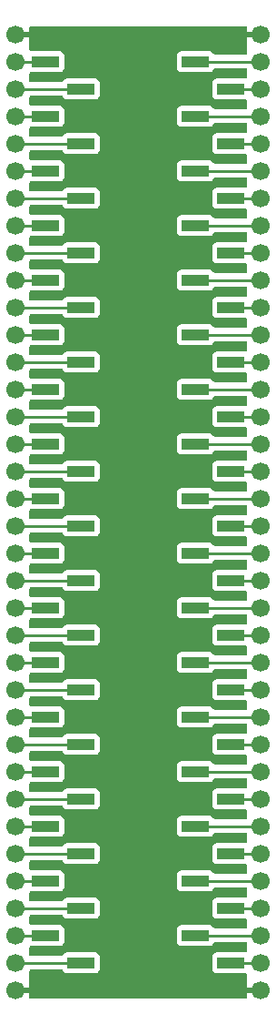
<source format=gbl>
G04 #@! TF.GenerationSoftware,KiCad,Pcbnew,9.0.6*
G04 #@! TF.CreationDate,2025-12-31T13:07:48-06:00*
G04 #@! TF.ProjectId,QFN-68_8x8,51464e2d-3638-45f3-9878-382e6b696361,rev?*
G04 #@! TF.SameCoordinates,Original*
G04 #@! TF.FileFunction,Copper,L2,Bot*
G04 #@! TF.FilePolarity,Positive*
%FSLAX46Y46*%
G04 Gerber Fmt 4.6, Leading zero omitted, Abs format (unit mm)*
G04 Created by KiCad (PCBNEW 9.0.6) date 2025-12-31 13:07:48*
%MOMM*%
%LPD*%
G01*
G04 APERTURE LIST*
G04 Aperture macros list*
%AMRotRect*
0 Rectangle, with rotation*
0 The origin of the aperture is its center*
0 $1 length*
0 $2 width*
0 $3 Rotation angle, in degrees counterclockwise*
0 Add horizontal line*
21,1,$1,$2,0,0,$3*%
G04 Aperture macros list end*
G04 #@! TA.AperFunction,HeatsinkPad*
%ADD10C,0.500000*%
G04 #@! TD*
G04 #@! TA.AperFunction,HeatsinkPad*
%ADD11RotRect,5.200000X5.200000X315.000000*%
G04 #@! TD*
G04 #@! TA.AperFunction,ComponentPad*
%ADD12C,1.700000*%
G04 #@! TD*
G04 #@! TA.AperFunction,SMDPad,CuDef*
%ADD13R,2.510000X1.000000*%
G04 #@! TD*
G04 #@! TA.AperFunction,Conductor*
%ADD14C,0.500000*%
G04 #@! TD*
G04 #@! TA.AperFunction,Conductor*
%ADD15C,0.250000*%
G04 #@! TD*
G04 APERTURE END LIST*
D10*
X138430000Y-117481277D03*
X136768299Y-119142978D03*
X135106598Y-120804679D03*
X137599150Y-118312128D03*
X135937449Y-119973829D03*
X139260850Y-118312128D03*
X138430000Y-119142978D03*
X136768299Y-120804679D03*
X135937449Y-121635529D03*
X137599150Y-119973829D03*
X140091701Y-119142978D03*
X139260850Y-119973829D03*
X138430000Y-120804679D03*
D11*
X138430000Y-120804679D03*
D10*
X137599150Y-121635529D03*
X136768299Y-122466380D03*
X139260850Y-121635529D03*
X140922551Y-119973829D03*
X140091701Y-120804679D03*
X138430000Y-122466380D03*
X137599150Y-123297230D03*
X140922551Y-121635529D03*
X139260850Y-123297230D03*
X141753402Y-120804679D03*
X140091701Y-122466380D03*
X138430000Y-124128081D03*
D12*
X127000000Y-76200000D03*
X127000000Y-78740000D03*
X127000000Y-81280000D03*
X127000000Y-83820000D03*
X127000000Y-86360000D03*
X127000000Y-88900000D03*
X127000000Y-91440000D03*
X127000000Y-93980000D03*
X127000000Y-96520000D03*
X127000000Y-99060000D03*
X127000000Y-101600000D03*
X127000000Y-104140000D03*
X127000000Y-106680000D03*
X127000000Y-109220000D03*
X127000000Y-111760000D03*
X127000000Y-114300000D03*
X127000000Y-116840000D03*
X127000000Y-119380000D03*
X127000000Y-121920000D03*
X127000000Y-124460000D03*
X127000000Y-127000000D03*
X127000000Y-129540000D03*
X127000000Y-132080000D03*
X127000000Y-134620000D03*
X127000000Y-137160000D03*
X127000000Y-139700000D03*
X127000000Y-142240000D03*
X127000000Y-144780000D03*
X127000000Y-147320000D03*
X127000000Y-149860000D03*
X127000000Y-152400000D03*
X127000000Y-154940000D03*
X127000000Y-157480000D03*
X127000000Y-160020000D03*
X127000000Y-162560000D03*
X127000000Y-165100000D03*
X149860000Y-76200000D03*
X149860000Y-78740000D03*
X149860000Y-81280000D03*
X149860000Y-83820000D03*
X149860000Y-86360000D03*
X149860000Y-88900000D03*
X149860000Y-91440000D03*
X149860000Y-93980000D03*
X149860000Y-96520000D03*
X149860000Y-99060000D03*
X149860000Y-101600000D03*
X149860000Y-104140000D03*
X149860000Y-106680000D03*
X149860000Y-109220000D03*
X149860000Y-111760000D03*
X149860000Y-114300000D03*
X149860000Y-116840000D03*
X149860000Y-119380000D03*
X149860000Y-121920000D03*
X149860000Y-124460000D03*
X149860000Y-127000000D03*
X149860000Y-129540000D03*
X149860000Y-132080000D03*
X149860000Y-134620000D03*
X149860000Y-137160000D03*
X149860000Y-139700000D03*
X149860000Y-142240000D03*
X149860000Y-144780000D03*
X149860000Y-147320000D03*
X149860000Y-149860000D03*
X149860000Y-152400000D03*
X149860000Y-154940000D03*
X149860000Y-157480000D03*
X149860000Y-160020000D03*
X149860000Y-162560000D03*
X149860000Y-165100000D03*
D13*
X133099000Y-76200000D03*
X129789000Y-78740000D03*
X133099000Y-81280000D03*
X129789000Y-83820000D03*
X133099000Y-86360000D03*
X129789000Y-88900000D03*
X133099000Y-91440000D03*
X129789000Y-93980000D03*
X133099000Y-96520000D03*
X129789000Y-99060000D03*
X133099000Y-101600000D03*
X129789000Y-104140000D03*
X133099000Y-106680000D03*
X129789000Y-109220000D03*
X133099000Y-111760000D03*
X129789000Y-114300000D03*
X133099000Y-116840000D03*
X129789000Y-119380000D03*
X133099000Y-121920000D03*
X129789000Y-124460000D03*
X133099000Y-127000000D03*
X129789000Y-129540000D03*
X133099000Y-132080000D03*
X129789000Y-134620000D03*
X133099000Y-137160000D03*
X129789000Y-139700000D03*
X133099000Y-142240000D03*
X129789000Y-144780000D03*
X133099000Y-147320000D03*
X129789000Y-149860000D03*
X133099000Y-152400000D03*
X129789000Y-154940000D03*
X133099000Y-157480000D03*
X129789000Y-160020000D03*
X133099000Y-162560000D03*
X129789000Y-165100000D03*
X147071000Y-76200000D03*
X143761000Y-78740000D03*
X147071000Y-81280000D03*
X143761000Y-83820000D03*
X147071000Y-86360000D03*
X143761000Y-88900000D03*
X147071000Y-91440000D03*
X143761000Y-93980000D03*
X147071000Y-96520000D03*
X143761000Y-99060000D03*
X147071000Y-101600000D03*
X143761000Y-104140000D03*
X147071000Y-106680000D03*
X143761000Y-109220000D03*
X147071000Y-111760000D03*
X143761000Y-114300000D03*
X147071000Y-116840000D03*
X143761000Y-119380000D03*
X147071000Y-121920000D03*
X143761000Y-124460000D03*
X147071000Y-127000000D03*
X143761000Y-129540000D03*
X147071000Y-132080000D03*
X143761000Y-134620000D03*
X147071000Y-137160000D03*
X143761000Y-139700000D03*
X147071000Y-142240000D03*
X143761000Y-144780000D03*
X147071000Y-147320000D03*
X143761000Y-149860000D03*
X147071000Y-152400000D03*
X143761000Y-154940000D03*
X147071000Y-157480000D03*
X143761000Y-160020000D03*
X147071000Y-162560000D03*
X143761000Y-165100000D03*
D14*
X127000000Y-165100000D02*
X149860000Y-165100000D01*
X127000000Y-76200000D02*
X149860000Y-76200000D01*
D15*
X129540000Y-144780000D02*
X127000000Y-144780000D01*
X132840000Y-101600000D02*
X127000000Y-101600000D01*
X127000000Y-83820000D02*
X129540000Y-83820000D01*
X132840000Y-91440000D02*
X127000000Y-91440000D01*
X132840000Y-96520000D02*
X127000000Y-96520000D01*
X129540000Y-78740000D02*
X127000000Y-78740000D01*
X129540000Y-154940000D02*
X127000000Y-154940000D01*
X129540000Y-93980000D02*
X127000000Y-93980000D01*
X132840000Y-147320000D02*
X127000000Y-147320000D01*
X132840000Y-81280000D02*
X127000000Y-81280000D01*
X132840000Y-157480000D02*
X127000000Y-157480000D01*
X132840000Y-137160000D02*
X127000000Y-137160000D01*
X129540000Y-134620000D02*
X127000000Y-134620000D01*
X129540000Y-124460000D02*
X127000000Y-124460000D01*
X132840000Y-127000000D02*
X127000000Y-127000000D01*
X132840000Y-121920000D02*
X127000000Y-121920000D01*
X129540000Y-99060000D02*
X127000000Y-99060000D01*
X132840000Y-111760000D02*
X127000000Y-111760000D01*
X132840000Y-162560000D02*
X127000000Y-162560000D01*
X132840000Y-142240000D02*
X127000000Y-142240000D01*
X129540000Y-129540000D02*
X127000000Y-129540000D01*
X132840000Y-116840000D02*
X127000000Y-116840000D01*
X129540000Y-149860000D02*
X127000000Y-149860000D01*
X129540000Y-114300000D02*
X127000000Y-114300000D01*
X129540000Y-139700000D02*
X127000000Y-139700000D01*
X132840000Y-152400000D02*
X127000000Y-152400000D01*
X129540000Y-160020000D02*
X127000000Y-160020000D01*
X129540000Y-119380000D02*
X127000000Y-119380000D01*
X129540000Y-88900000D02*
X127000000Y-88900000D01*
X132840000Y-86360000D02*
X127000000Y-86360000D01*
X129540000Y-109220000D02*
X127000000Y-109220000D01*
X132840000Y-106680000D02*
X127000000Y-106680000D01*
X129540000Y-104140000D02*
X127000000Y-104140000D01*
X132840000Y-132080000D02*
X127000000Y-132080000D01*
X144020000Y-119380000D02*
X149860000Y-119380000D01*
X144020000Y-88900000D02*
X149860000Y-88900000D01*
X149860000Y-142240000D02*
X147320000Y-142240000D01*
X144020000Y-149860000D02*
X149860000Y-149860000D01*
X144020000Y-109220000D02*
X149860000Y-109220000D01*
X149860000Y-106680000D02*
X147320000Y-106680000D01*
X149860000Y-101600000D02*
X147320000Y-101600000D01*
X144020000Y-83820000D02*
X149860000Y-83820000D01*
X144020000Y-114300000D02*
X149860000Y-114300000D01*
X149860000Y-147320000D02*
X147320000Y-147320000D01*
X144020000Y-99060000D02*
X149860000Y-99060000D01*
X149860000Y-111760000D02*
X147320000Y-111760000D01*
X144020000Y-129540000D02*
X149860000Y-129540000D01*
X144020000Y-78740000D02*
X149860000Y-78740000D01*
X147320000Y-162560000D02*
X149860000Y-162560000D01*
X147320000Y-157480000D02*
X149860000Y-157480000D01*
X149860000Y-81280000D02*
X147320000Y-81280000D01*
X149860000Y-116840000D02*
X147320000Y-116840000D01*
X149860000Y-121920000D02*
X147320000Y-121920000D01*
X149860000Y-127000000D02*
X147320000Y-127000000D01*
X149860000Y-137160000D02*
X147320000Y-137160000D01*
X149860000Y-91440000D02*
X147320000Y-91440000D01*
X149860000Y-132080000D02*
X147320000Y-132080000D01*
X147320000Y-152400000D02*
X149860000Y-152400000D01*
X149860000Y-86360000D02*
X147320000Y-86360000D01*
X144020000Y-134620000D02*
X149860000Y-134620000D01*
X144020000Y-139700000D02*
X149860000Y-139700000D01*
X144020000Y-104140000D02*
X149860000Y-104140000D01*
X144020000Y-144780000D02*
X149860000Y-144780000D01*
X144020000Y-93980000D02*
X149860000Y-93980000D01*
X144020000Y-154940000D02*
X149860000Y-154940000D01*
X149860000Y-96520000D02*
X147320000Y-96520000D01*
X144020000Y-160020000D02*
X149860000Y-160020000D01*
X144020000Y-124460000D02*
X149860000Y-124460000D01*
G04 #@! TA.AperFunction,Conductor*
G36*
X148533039Y-75450185D02*
G01*
X148578794Y-75502989D01*
X148590000Y-75554500D01*
X148590000Y-77990500D01*
X148570315Y-78057539D01*
X148517511Y-78103294D01*
X148466000Y-78114500D01*
X145589467Y-78114500D01*
X145522428Y-78094815D01*
X145476673Y-78042011D01*
X145473285Y-78033834D01*
X145459796Y-77997669D01*
X145459793Y-77997664D01*
X145373547Y-77882455D01*
X145373544Y-77882452D01*
X145258335Y-77796206D01*
X145258328Y-77796202D01*
X145123482Y-77745908D01*
X145123483Y-77745908D01*
X145063883Y-77739501D01*
X145063881Y-77739500D01*
X145063873Y-77739500D01*
X145063864Y-77739500D01*
X142458129Y-77739500D01*
X142458123Y-77739501D01*
X142398516Y-77745908D01*
X142263671Y-77796202D01*
X142263664Y-77796206D01*
X142148455Y-77882452D01*
X142148452Y-77882455D01*
X142062206Y-77997664D01*
X142062202Y-77997671D01*
X142011908Y-78132517D01*
X142005501Y-78192116D01*
X142005501Y-78192123D01*
X142005500Y-78192135D01*
X142005500Y-79287870D01*
X142005501Y-79287876D01*
X142011908Y-79347483D01*
X142062202Y-79482328D01*
X142062206Y-79482335D01*
X142148452Y-79597544D01*
X142148455Y-79597547D01*
X142263664Y-79683793D01*
X142263671Y-79683797D01*
X142398517Y-79734091D01*
X142398516Y-79734091D01*
X142405444Y-79734835D01*
X142458127Y-79740500D01*
X145063872Y-79740499D01*
X145123483Y-79734091D01*
X145258331Y-79683796D01*
X145373546Y-79597546D01*
X145459796Y-79482331D01*
X145466547Y-79464229D01*
X145473285Y-79446166D01*
X145515157Y-79390233D01*
X145580621Y-79365816D01*
X145589467Y-79365500D01*
X148466000Y-79365500D01*
X148533039Y-79385185D01*
X148578794Y-79437989D01*
X148590000Y-79489500D01*
X148590000Y-80166177D01*
X148570315Y-80233216D01*
X148517511Y-80278971D01*
X148448353Y-80288915D01*
X148437494Y-80286856D01*
X148433484Y-80285908D01*
X148373883Y-80279501D01*
X148373881Y-80279500D01*
X148373873Y-80279500D01*
X148373864Y-80279500D01*
X145768129Y-80279500D01*
X145768123Y-80279501D01*
X145708516Y-80285908D01*
X145573671Y-80336202D01*
X145573664Y-80336206D01*
X145458455Y-80422452D01*
X145458452Y-80422455D01*
X145372206Y-80537664D01*
X145372202Y-80537671D01*
X145321908Y-80672517D01*
X145315501Y-80732116D01*
X145315501Y-80732123D01*
X145315500Y-80732135D01*
X145315500Y-81827870D01*
X145315501Y-81827876D01*
X145321908Y-81887483D01*
X145372202Y-82022328D01*
X145372206Y-82022335D01*
X145458452Y-82137544D01*
X145458455Y-82137547D01*
X145573664Y-82223793D01*
X145573671Y-82223797D01*
X145708517Y-82274091D01*
X145708516Y-82274091D01*
X145715444Y-82274835D01*
X145768127Y-82280500D01*
X148373872Y-82280499D01*
X148433483Y-82274091D01*
X148433486Y-82274089D01*
X148437479Y-82273147D01*
X148440673Y-82273318D01*
X148441196Y-82273262D01*
X148441205Y-82273346D01*
X148507249Y-82276884D01*
X148563922Y-82317748D01*
X148589506Y-82382765D01*
X148590000Y-82393822D01*
X148590000Y-83070500D01*
X148570315Y-83137539D01*
X148517511Y-83183294D01*
X148466000Y-83194500D01*
X145589467Y-83194500D01*
X145522428Y-83174815D01*
X145476673Y-83122011D01*
X145473285Y-83113834D01*
X145459796Y-83077669D01*
X145459793Y-83077664D01*
X145373547Y-82962455D01*
X145373544Y-82962452D01*
X145258335Y-82876206D01*
X145258328Y-82876202D01*
X145123482Y-82825908D01*
X145123483Y-82825908D01*
X145063883Y-82819501D01*
X145063881Y-82819500D01*
X145063873Y-82819500D01*
X145063864Y-82819500D01*
X142458129Y-82819500D01*
X142458123Y-82819501D01*
X142398516Y-82825908D01*
X142263671Y-82876202D01*
X142263664Y-82876206D01*
X142148455Y-82962452D01*
X142148452Y-82962455D01*
X142062206Y-83077664D01*
X142062202Y-83077671D01*
X142011908Y-83212517D01*
X142005501Y-83272116D01*
X142005501Y-83272123D01*
X142005500Y-83272135D01*
X142005500Y-84367870D01*
X142005501Y-84367876D01*
X142011908Y-84427483D01*
X142062202Y-84562328D01*
X142062206Y-84562335D01*
X142148452Y-84677544D01*
X142148455Y-84677547D01*
X142263664Y-84763793D01*
X142263671Y-84763797D01*
X142398517Y-84814091D01*
X142398516Y-84814091D01*
X142405444Y-84814835D01*
X142458127Y-84820500D01*
X145063872Y-84820499D01*
X145123483Y-84814091D01*
X145258331Y-84763796D01*
X145373546Y-84677546D01*
X145459796Y-84562331D01*
X145466547Y-84544229D01*
X145473285Y-84526166D01*
X145515157Y-84470233D01*
X145580621Y-84445816D01*
X145589467Y-84445500D01*
X148466000Y-84445500D01*
X148533039Y-84465185D01*
X148578794Y-84517989D01*
X148590000Y-84569500D01*
X148590000Y-85246177D01*
X148570315Y-85313216D01*
X148517511Y-85358971D01*
X148448353Y-85368915D01*
X148437494Y-85366856D01*
X148433484Y-85365908D01*
X148373883Y-85359501D01*
X148373881Y-85359500D01*
X148373873Y-85359500D01*
X148373864Y-85359500D01*
X145768129Y-85359500D01*
X145768123Y-85359501D01*
X145708516Y-85365908D01*
X145573671Y-85416202D01*
X145573664Y-85416206D01*
X145458455Y-85502452D01*
X145458452Y-85502455D01*
X145372206Y-85617664D01*
X145372202Y-85617671D01*
X145321908Y-85752517D01*
X145315501Y-85812116D01*
X145315501Y-85812123D01*
X145315500Y-85812135D01*
X145315500Y-86907870D01*
X145315501Y-86907876D01*
X145321908Y-86967483D01*
X145372202Y-87102328D01*
X145372206Y-87102335D01*
X145458452Y-87217544D01*
X145458455Y-87217547D01*
X145573664Y-87303793D01*
X145573671Y-87303797D01*
X145708517Y-87354091D01*
X145708516Y-87354091D01*
X145715444Y-87354835D01*
X145768127Y-87360500D01*
X148373872Y-87360499D01*
X148433483Y-87354091D01*
X148433486Y-87354089D01*
X148437479Y-87353147D01*
X148440673Y-87353318D01*
X148441196Y-87353262D01*
X148441205Y-87353346D01*
X148507249Y-87356884D01*
X148563922Y-87397748D01*
X148589506Y-87462765D01*
X148590000Y-87473822D01*
X148590000Y-88150500D01*
X148570315Y-88217539D01*
X148517511Y-88263294D01*
X148466000Y-88274500D01*
X145589467Y-88274500D01*
X145522428Y-88254815D01*
X145476673Y-88202011D01*
X145473285Y-88193834D01*
X145459796Y-88157669D01*
X145459793Y-88157664D01*
X145373547Y-88042455D01*
X145373544Y-88042452D01*
X145258335Y-87956206D01*
X145258328Y-87956202D01*
X145123482Y-87905908D01*
X145123483Y-87905908D01*
X145063883Y-87899501D01*
X145063881Y-87899500D01*
X145063873Y-87899500D01*
X145063864Y-87899500D01*
X142458129Y-87899500D01*
X142458123Y-87899501D01*
X142398516Y-87905908D01*
X142263671Y-87956202D01*
X142263664Y-87956206D01*
X142148455Y-88042452D01*
X142148452Y-88042455D01*
X142062206Y-88157664D01*
X142062202Y-88157671D01*
X142011908Y-88292517D01*
X142005501Y-88352116D01*
X142005501Y-88352123D01*
X142005500Y-88352135D01*
X142005500Y-89447870D01*
X142005501Y-89447876D01*
X142011908Y-89507483D01*
X142062202Y-89642328D01*
X142062206Y-89642335D01*
X142148452Y-89757544D01*
X142148455Y-89757547D01*
X142263664Y-89843793D01*
X142263671Y-89843797D01*
X142398517Y-89894091D01*
X142398516Y-89894091D01*
X142405444Y-89894835D01*
X142458127Y-89900500D01*
X145063872Y-89900499D01*
X145123483Y-89894091D01*
X145258331Y-89843796D01*
X145373546Y-89757546D01*
X145459796Y-89642331D01*
X145466547Y-89624229D01*
X145473285Y-89606166D01*
X145515157Y-89550233D01*
X145580621Y-89525816D01*
X145589467Y-89525500D01*
X148466000Y-89525500D01*
X148533039Y-89545185D01*
X148578794Y-89597989D01*
X148590000Y-89649500D01*
X148590000Y-90326177D01*
X148570315Y-90393216D01*
X148517511Y-90438971D01*
X148448353Y-90448915D01*
X148437494Y-90446856D01*
X148433484Y-90445908D01*
X148373883Y-90439501D01*
X148373881Y-90439500D01*
X148373873Y-90439500D01*
X148373864Y-90439500D01*
X145768129Y-90439500D01*
X145768123Y-90439501D01*
X145708516Y-90445908D01*
X145573671Y-90496202D01*
X145573664Y-90496206D01*
X145458455Y-90582452D01*
X145458452Y-90582455D01*
X145372206Y-90697664D01*
X145372202Y-90697671D01*
X145321908Y-90832517D01*
X145315501Y-90892116D01*
X145315501Y-90892123D01*
X145315500Y-90892135D01*
X145315500Y-91987870D01*
X145315501Y-91987876D01*
X145321908Y-92047483D01*
X145372202Y-92182328D01*
X145372206Y-92182335D01*
X145458452Y-92297544D01*
X145458455Y-92297547D01*
X145573664Y-92383793D01*
X145573671Y-92383797D01*
X145708517Y-92434091D01*
X145708516Y-92434091D01*
X145715444Y-92434835D01*
X145768127Y-92440500D01*
X148373872Y-92440499D01*
X148433483Y-92434091D01*
X148433486Y-92434089D01*
X148437479Y-92433147D01*
X148440673Y-92433318D01*
X148441196Y-92433262D01*
X148441205Y-92433346D01*
X148507249Y-92436884D01*
X148563922Y-92477748D01*
X148589506Y-92542765D01*
X148590000Y-92553822D01*
X148590000Y-93230500D01*
X148570315Y-93297539D01*
X148517511Y-93343294D01*
X148466000Y-93354500D01*
X145589467Y-93354500D01*
X145522428Y-93334815D01*
X145476673Y-93282011D01*
X145473285Y-93273834D01*
X145459796Y-93237669D01*
X145459793Y-93237664D01*
X145373547Y-93122455D01*
X145373544Y-93122452D01*
X145258335Y-93036206D01*
X145258328Y-93036202D01*
X145123482Y-92985908D01*
X145123483Y-92985908D01*
X145063883Y-92979501D01*
X145063881Y-92979500D01*
X145063873Y-92979500D01*
X145063864Y-92979500D01*
X142458129Y-92979500D01*
X142458123Y-92979501D01*
X142398516Y-92985908D01*
X142263671Y-93036202D01*
X142263664Y-93036206D01*
X142148455Y-93122452D01*
X142148452Y-93122455D01*
X142062206Y-93237664D01*
X142062202Y-93237671D01*
X142011908Y-93372517D01*
X142005501Y-93432116D01*
X142005501Y-93432123D01*
X142005500Y-93432135D01*
X142005500Y-94527870D01*
X142005501Y-94527876D01*
X142011908Y-94587483D01*
X142062202Y-94722328D01*
X142062206Y-94722335D01*
X142148452Y-94837544D01*
X142148455Y-94837547D01*
X142263664Y-94923793D01*
X142263671Y-94923797D01*
X142398517Y-94974091D01*
X142398516Y-94974091D01*
X142405444Y-94974835D01*
X142458127Y-94980500D01*
X145063872Y-94980499D01*
X145123483Y-94974091D01*
X145258331Y-94923796D01*
X145373546Y-94837546D01*
X145459796Y-94722331D01*
X145466547Y-94704229D01*
X145473285Y-94686166D01*
X145515157Y-94630233D01*
X145580621Y-94605816D01*
X145589467Y-94605500D01*
X148466000Y-94605500D01*
X148533039Y-94625185D01*
X148578794Y-94677989D01*
X148590000Y-94729500D01*
X148590000Y-95406177D01*
X148570315Y-95473216D01*
X148517511Y-95518971D01*
X148448353Y-95528915D01*
X148437494Y-95526856D01*
X148433484Y-95525908D01*
X148373883Y-95519501D01*
X148373881Y-95519500D01*
X148373873Y-95519500D01*
X148373864Y-95519500D01*
X145768129Y-95519500D01*
X145768123Y-95519501D01*
X145708516Y-95525908D01*
X145573671Y-95576202D01*
X145573664Y-95576206D01*
X145458455Y-95662452D01*
X145458452Y-95662455D01*
X145372206Y-95777664D01*
X145372202Y-95777671D01*
X145321908Y-95912517D01*
X145315501Y-95972116D01*
X145315501Y-95972123D01*
X145315500Y-95972135D01*
X145315500Y-97067870D01*
X145315501Y-97067876D01*
X145321908Y-97127483D01*
X145372202Y-97262328D01*
X145372206Y-97262335D01*
X145458452Y-97377544D01*
X145458455Y-97377547D01*
X145573664Y-97463793D01*
X145573671Y-97463797D01*
X145708517Y-97514091D01*
X145708516Y-97514091D01*
X145715444Y-97514835D01*
X145768127Y-97520500D01*
X148373872Y-97520499D01*
X148433483Y-97514091D01*
X148433486Y-97514089D01*
X148437479Y-97513147D01*
X148440673Y-97513318D01*
X148441196Y-97513262D01*
X148441205Y-97513346D01*
X148507249Y-97516884D01*
X148563922Y-97557748D01*
X148589506Y-97622765D01*
X148590000Y-97633822D01*
X148590000Y-98310500D01*
X148570315Y-98377539D01*
X148517511Y-98423294D01*
X148466000Y-98434500D01*
X145589467Y-98434500D01*
X145522428Y-98414815D01*
X145476673Y-98362011D01*
X145473285Y-98353834D01*
X145459796Y-98317669D01*
X145459793Y-98317664D01*
X145373547Y-98202455D01*
X145373544Y-98202452D01*
X145258335Y-98116206D01*
X145258328Y-98116202D01*
X145123482Y-98065908D01*
X145123483Y-98065908D01*
X145063883Y-98059501D01*
X145063881Y-98059500D01*
X145063873Y-98059500D01*
X145063864Y-98059500D01*
X142458129Y-98059500D01*
X142458123Y-98059501D01*
X142398516Y-98065908D01*
X142263671Y-98116202D01*
X142263664Y-98116206D01*
X142148455Y-98202452D01*
X142148452Y-98202455D01*
X142062206Y-98317664D01*
X142062202Y-98317671D01*
X142011908Y-98452517D01*
X142005501Y-98512116D01*
X142005501Y-98512123D01*
X142005500Y-98512135D01*
X142005500Y-99607870D01*
X142005501Y-99607876D01*
X142011908Y-99667483D01*
X142062202Y-99802328D01*
X142062206Y-99802335D01*
X142148452Y-99917544D01*
X142148455Y-99917547D01*
X142263664Y-100003793D01*
X142263671Y-100003797D01*
X142398517Y-100054091D01*
X142398516Y-100054091D01*
X142405444Y-100054835D01*
X142458127Y-100060500D01*
X145063872Y-100060499D01*
X145123483Y-100054091D01*
X145258331Y-100003796D01*
X145373546Y-99917546D01*
X145459796Y-99802331D01*
X145466547Y-99784229D01*
X145473285Y-99766166D01*
X145515157Y-99710233D01*
X145580621Y-99685816D01*
X145589467Y-99685500D01*
X148466000Y-99685500D01*
X148533039Y-99705185D01*
X148578794Y-99757989D01*
X148590000Y-99809500D01*
X148590000Y-100486177D01*
X148570315Y-100553216D01*
X148517511Y-100598971D01*
X148448353Y-100608915D01*
X148437494Y-100606856D01*
X148433484Y-100605908D01*
X148373883Y-100599501D01*
X148373881Y-100599500D01*
X148373873Y-100599500D01*
X148373864Y-100599500D01*
X145768129Y-100599500D01*
X145768123Y-100599501D01*
X145708516Y-100605908D01*
X145573671Y-100656202D01*
X145573664Y-100656206D01*
X145458455Y-100742452D01*
X145458452Y-100742455D01*
X145372206Y-100857664D01*
X145372202Y-100857671D01*
X145321908Y-100992517D01*
X145315501Y-101052116D01*
X145315501Y-101052123D01*
X145315500Y-101052135D01*
X145315500Y-102147870D01*
X145315501Y-102147876D01*
X145321908Y-102207483D01*
X145372202Y-102342328D01*
X145372206Y-102342335D01*
X145458452Y-102457544D01*
X145458455Y-102457547D01*
X145573664Y-102543793D01*
X145573671Y-102543797D01*
X145708517Y-102594091D01*
X145708516Y-102594091D01*
X145715444Y-102594835D01*
X145768127Y-102600500D01*
X148373872Y-102600499D01*
X148433483Y-102594091D01*
X148433486Y-102594089D01*
X148437479Y-102593147D01*
X148440673Y-102593318D01*
X148441196Y-102593262D01*
X148441205Y-102593346D01*
X148507249Y-102596884D01*
X148563922Y-102637748D01*
X148589506Y-102702765D01*
X148590000Y-102713822D01*
X148590000Y-103390500D01*
X148570315Y-103457539D01*
X148517511Y-103503294D01*
X148466000Y-103514500D01*
X145589467Y-103514500D01*
X145522428Y-103494815D01*
X145476673Y-103442011D01*
X145473285Y-103433834D01*
X145459796Y-103397669D01*
X145459793Y-103397664D01*
X145373547Y-103282455D01*
X145373544Y-103282452D01*
X145258335Y-103196206D01*
X145258328Y-103196202D01*
X145123482Y-103145908D01*
X145123483Y-103145908D01*
X145063883Y-103139501D01*
X145063881Y-103139500D01*
X145063873Y-103139500D01*
X145063864Y-103139500D01*
X142458129Y-103139500D01*
X142458123Y-103139501D01*
X142398516Y-103145908D01*
X142263671Y-103196202D01*
X142263664Y-103196206D01*
X142148455Y-103282452D01*
X142148452Y-103282455D01*
X142062206Y-103397664D01*
X142062202Y-103397671D01*
X142011908Y-103532517D01*
X142005501Y-103592116D01*
X142005501Y-103592123D01*
X142005500Y-103592135D01*
X142005500Y-104687870D01*
X142005501Y-104687876D01*
X142011908Y-104747483D01*
X142062202Y-104882328D01*
X142062206Y-104882335D01*
X142148452Y-104997544D01*
X142148455Y-104997547D01*
X142263664Y-105083793D01*
X142263671Y-105083797D01*
X142398517Y-105134091D01*
X142398516Y-105134091D01*
X142405444Y-105134835D01*
X142458127Y-105140500D01*
X145063872Y-105140499D01*
X145123483Y-105134091D01*
X145258331Y-105083796D01*
X145373546Y-104997546D01*
X145459796Y-104882331D01*
X145466547Y-104864229D01*
X145473285Y-104846166D01*
X145515157Y-104790233D01*
X145580621Y-104765816D01*
X145589467Y-104765500D01*
X148466000Y-104765500D01*
X148533039Y-104785185D01*
X148578794Y-104837989D01*
X148590000Y-104889500D01*
X148590000Y-105566177D01*
X148570315Y-105633216D01*
X148517511Y-105678971D01*
X148448353Y-105688915D01*
X148437494Y-105686856D01*
X148433484Y-105685908D01*
X148373883Y-105679501D01*
X148373881Y-105679500D01*
X148373873Y-105679500D01*
X148373864Y-105679500D01*
X145768129Y-105679500D01*
X145768123Y-105679501D01*
X145708516Y-105685908D01*
X145573671Y-105736202D01*
X145573664Y-105736206D01*
X145458455Y-105822452D01*
X145458452Y-105822455D01*
X145372206Y-105937664D01*
X145372202Y-105937671D01*
X145321908Y-106072517D01*
X145315501Y-106132116D01*
X145315501Y-106132123D01*
X145315500Y-106132135D01*
X145315500Y-107227870D01*
X145315501Y-107227876D01*
X145321908Y-107287483D01*
X145372202Y-107422328D01*
X145372206Y-107422335D01*
X145458452Y-107537544D01*
X145458455Y-107537547D01*
X145573664Y-107623793D01*
X145573671Y-107623797D01*
X145708517Y-107674091D01*
X145708516Y-107674091D01*
X145715444Y-107674835D01*
X145768127Y-107680500D01*
X148373872Y-107680499D01*
X148433483Y-107674091D01*
X148433486Y-107674089D01*
X148437479Y-107673147D01*
X148440673Y-107673318D01*
X148441196Y-107673262D01*
X148441205Y-107673346D01*
X148507249Y-107676884D01*
X148563922Y-107717748D01*
X148589506Y-107782765D01*
X148590000Y-107793822D01*
X148590000Y-108470500D01*
X148570315Y-108537539D01*
X148517511Y-108583294D01*
X148466000Y-108594500D01*
X145589467Y-108594500D01*
X145522428Y-108574815D01*
X145476673Y-108522011D01*
X145473285Y-108513834D01*
X145459796Y-108477669D01*
X145459793Y-108477664D01*
X145373547Y-108362455D01*
X145373544Y-108362452D01*
X145258335Y-108276206D01*
X145258328Y-108276202D01*
X145123482Y-108225908D01*
X145123483Y-108225908D01*
X145063883Y-108219501D01*
X145063881Y-108219500D01*
X145063873Y-108219500D01*
X145063864Y-108219500D01*
X142458129Y-108219500D01*
X142458123Y-108219501D01*
X142398516Y-108225908D01*
X142263671Y-108276202D01*
X142263664Y-108276206D01*
X142148455Y-108362452D01*
X142148452Y-108362455D01*
X142062206Y-108477664D01*
X142062202Y-108477671D01*
X142011908Y-108612517D01*
X142005501Y-108672116D01*
X142005501Y-108672123D01*
X142005500Y-108672135D01*
X142005500Y-109767870D01*
X142005501Y-109767876D01*
X142011908Y-109827483D01*
X142062202Y-109962328D01*
X142062206Y-109962335D01*
X142148452Y-110077544D01*
X142148455Y-110077547D01*
X142263664Y-110163793D01*
X142263671Y-110163797D01*
X142398517Y-110214091D01*
X142398516Y-110214091D01*
X142405444Y-110214835D01*
X142458127Y-110220500D01*
X145063872Y-110220499D01*
X145123483Y-110214091D01*
X145258331Y-110163796D01*
X145373546Y-110077546D01*
X145459796Y-109962331D01*
X145466547Y-109944229D01*
X145473285Y-109926166D01*
X145515157Y-109870233D01*
X145580621Y-109845816D01*
X145589467Y-109845500D01*
X148466000Y-109845500D01*
X148533039Y-109865185D01*
X148578794Y-109917989D01*
X148590000Y-109969500D01*
X148590000Y-110646177D01*
X148570315Y-110713216D01*
X148517511Y-110758971D01*
X148448353Y-110768915D01*
X148437494Y-110766856D01*
X148433484Y-110765908D01*
X148373883Y-110759501D01*
X148373881Y-110759500D01*
X148373873Y-110759500D01*
X148373864Y-110759500D01*
X145768129Y-110759500D01*
X145768123Y-110759501D01*
X145708516Y-110765908D01*
X145573671Y-110816202D01*
X145573664Y-110816206D01*
X145458455Y-110902452D01*
X145458452Y-110902455D01*
X145372206Y-111017664D01*
X145372202Y-111017671D01*
X145321908Y-111152517D01*
X145315501Y-111212116D01*
X145315501Y-111212123D01*
X145315500Y-111212135D01*
X145315500Y-112307870D01*
X145315501Y-112307876D01*
X145321908Y-112367483D01*
X145372202Y-112502328D01*
X145372206Y-112502335D01*
X145458452Y-112617544D01*
X145458455Y-112617547D01*
X145573664Y-112703793D01*
X145573671Y-112703797D01*
X145708517Y-112754091D01*
X145708516Y-112754091D01*
X145715444Y-112754835D01*
X145768127Y-112760500D01*
X148373872Y-112760499D01*
X148433483Y-112754091D01*
X148433486Y-112754089D01*
X148437479Y-112753147D01*
X148440673Y-112753318D01*
X148441196Y-112753262D01*
X148441205Y-112753346D01*
X148507249Y-112756884D01*
X148563922Y-112797748D01*
X148589506Y-112862765D01*
X148590000Y-112873822D01*
X148590000Y-113550500D01*
X148570315Y-113617539D01*
X148517511Y-113663294D01*
X148466000Y-113674500D01*
X145589467Y-113674500D01*
X145522428Y-113654815D01*
X145476673Y-113602011D01*
X145473285Y-113593834D01*
X145459796Y-113557669D01*
X145459793Y-113557664D01*
X145373547Y-113442455D01*
X145373544Y-113442452D01*
X145258335Y-113356206D01*
X145258328Y-113356202D01*
X145123482Y-113305908D01*
X145123483Y-113305908D01*
X145063883Y-113299501D01*
X145063881Y-113299500D01*
X145063873Y-113299500D01*
X145063864Y-113299500D01*
X142458129Y-113299500D01*
X142458123Y-113299501D01*
X142398516Y-113305908D01*
X142263671Y-113356202D01*
X142263664Y-113356206D01*
X142148455Y-113442452D01*
X142148452Y-113442455D01*
X142062206Y-113557664D01*
X142062202Y-113557671D01*
X142011908Y-113692517D01*
X142005501Y-113752116D01*
X142005501Y-113752123D01*
X142005500Y-113752135D01*
X142005500Y-114847870D01*
X142005501Y-114847876D01*
X142011908Y-114907483D01*
X142062202Y-115042328D01*
X142062206Y-115042335D01*
X142148452Y-115157544D01*
X142148455Y-115157547D01*
X142263664Y-115243793D01*
X142263671Y-115243797D01*
X142398517Y-115294091D01*
X142398516Y-115294091D01*
X142405444Y-115294835D01*
X142458127Y-115300500D01*
X145063872Y-115300499D01*
X145123483Y-115294091D01*
X145258331Y-115243796D01*
X145373546Y-115157546D01*
X145459796Y-115042331D01*
X145466547Y-115024229D01*
X145473285Y-115006166D01*
X145515157Y-114950233D01*
X145580621Y-114925816D01*
X145589467Y-114925500D01*
X148466000Y-114925500D01*
X148533039Y-114945185D01*
X148578794Y-114997989D01*
X148590000Y-115049500D01*
X148590000Y-115726177D01*
X148570315Y-115793216D01*
X148517511Y-115838971D01*
X148448353Y-115848915D01*
X148437494Y-115846856D01*
X148433484Y-115845908D01*
X148373883Y-115839501D01*
X148373881Y-115839500D01*
X148373873Y-115839500D01*
X148373864Y-115839500D01*
X145768129Y-115839500D01*
X145768123Y-115839501D01*
X145708516Y-115845908D01*
X145573671Y-115896202D01*
X145573664Y-115896206D01*
X145458455Y-115982452D01*
X145458452Y-115982455D01*
X145372206Y-116097664D01*
X145372202Y-116097671D01*
X145321908Y-116232517D01*
X145315501Y-116292116D01*
X145315501Y-116292123D01*
X145315500Y-116292135D01*
X145315500Y-117387870D01*
X145315501Y-117387876D01*
X145321908Y-117447483D01*
X145372202Y-117582328D01*
X145372206Y-117582335D01*
X145458452Y-117697544D01*
X145458455Y-117697547D01*
X145573664Y-117783793D01*
X145573671Y-117783797D01*
X145708517Y-117834091D01*
X145708516Y-117834091D01*
X145715444Y-117834835D01*
X145768127Y-117840500D01*
X148373872Y-117840499D01*
X148433483Y-117834091D01*
X148433486Y-117834089D01*
X148437479Y-117833147D01*
X148440673Y-117833318D01*
X148441196Y-117833262D01*
X148441205Y-117833346D01*
X148507249Y-117836884D01*
X148563922Y-117877748D01*
X148589506Y-117942765D01*
X148590000Y-117953822D01*
X148590000Y-118630500D01*
X148570315Y-118697539D01*
X148517511Y-118743294D01*
X148466000Y-118754500D01*
X145589467Y-118754500D01*
X145522428Y-118734815D01*
X145476673Y-118682011D01*
X145473285Y-118673834D01*
X145459796Y-118637669D01*
X145459793Y-118637664D01*
X145373547Y-118522455D01*
X145373544Y-118522452D01*
X145258335Y-118436206D01*
X145258328Y-118436202D01*
X145123482Y-118385908D01*
X145123483Y-118385908D01*
X145063883Y-118379501D01*
X145063881Y-118379500D01*
X145063873Y-118379500D01*
X145063864Y-118379500D01*
X142458129Y-118379500D01*
X142458123Y-118379501D01*
X142398516Y-118385908D01*
X142263671Y-118436202D01*
X142263664Y-118436206D01*
X142148455Y-118522452D01*
X142148452Y-118522455D01*
X142062206Y-118637664D01*
X142062202Y-118637671D01*
X142011908Y-118772517D01*
X142005501Y-118832116D01*
X142005501Y-118832123D01*
X142005500Y-118832135D01*
X142005500Y-119927870D01*
X142005501Y-119927876D01*
X142011908Y-119987483D01*
X142062202Y-120122328D01*
X142062206Y-120122335D01*
X142148452Y-120237544D01*
X142148455Y-120237547D01*
X142263664Y-120323793D01*
X142263671Y-120323797D01*
X142398517Y-120374091D01*
X142398516Y-120374091D01*
X142405444Y-120374835D01*
X142458127Y-120380500D01*
X145063872Y-120380499D01*
X145123483Y-120374091D01*
X145258331Y-120323796D01*
X145373546Y-120237546D01*
X145459796Y-120122331D01*
X145466547Y-120104229D01*
X145473285Y-120086166D01*
X145515157Y-120030233D01*
X145580621Y-120005816D01*
X145589467Y-120005500D01*
X148466000Y-120005500D01*
X148533039Y-120025185D01*
X148578794Y-120077989D01*
X148590000Y-120129500D01*
X148590000Y-120806177D01*
X148570315Y-120873216D01*
X148517511Y-120918971D01*
X148448353Y-120928915D01*
X148437494Y-120926856D01*
X148433484Y-120925908D01*
X148373883Y-120919501D01*
X148373881Y-120919500D01*
X148373873Y-120919500D01*
X148373864Y-120919500D01*
X145768129Y-120919500D01*
X145768123Y-120919501D01*
X145708516Y-120925908D01*
X145573671Y-120976202D01*
X145573664Y-120976206D01*
X145458455Y-121062452D01*
X145458452Y-121062455D01*
X145372206Y-121177664D01*
X145372202Y-121177671D01*
X145321908Y-121312517D01*
X145315501Y-121372116D01*
X145315501Y-121372123D01*
X145315500Y-121372135D01*
X145315500Y-122467870D01*
X145315501Y-122467876D01*
X145321908Y-122527483D01*
X145372202Y-122662328D01*
X145372206Y-122662335D01*
X145458452Y-122777544D01*
X145458455Y-122777547D01*
X145573664Y-122863793D01*
X145573671Y-122863797D01*
X145708517Y-122914091D01*
X145708516Y-122914091D01*
X145715444Y-122914835D01*
X145768127Y-122920500D01*
X148373872Y-122920499D01*
X148433483Y-122914091D01*
X148433486Y-122914089D01*
X148437479Y-122913147D01*
X148440673Y-122913318D01*
X148441196Y-122913262D01*
X148441205Y-122913346D01*
X148507249Y-122916884D01*
X148563922Y-122957748D01*
X148589506Y-123022765D01*
X148590000Y-123033822D01*
X148590000Y-123710500D01*
X148570315Y-123777539D01*
X148517511Y-123823294D01*
X148466000Y-123834500D01*
X145589467Y-123834500D01*
X145522428Y-123814815D01*
X145476673Y-123762011D01*
X145473285Y-123753834D01*
X145459796Y-123717669D01*
X145459793Y-123717664D01*
X145373547Y-123602455D01*
X145373544Y-123602452D01*
X145258335Y-123516206D01*
X145258328Y-123516202D01*
X145123482Y-123465908D01*
X145123483Y-123465908D01*
X145063883Y-123459501D01*
X145063881Y-123459500D01*
X145063873Y-123459500D01*
X145063864Y-123459500D01*
X142458129Y-123459500D01*
X142458123Y-123459501D01*
X142398516Y-123465908D01*
X142263671Y-123516202D01*
X142263664Y-123516206D01*
X142148455Y-123602452D01*
X142148452Y-123602455D01*
X142062206Y-123717664D01*
X142062202Y-123717671D01*
X142011908Y-123852517D01*
X142005501Y-123912116D01*
X142005501Y-123912123D01*
X142005500Y-123912135D01*
X142005500Y-125007870D01*
X142005501Y-125007876D01*
X142011908Y-125067483D01*
X142062202Y-125202328D01*
X142062206Y-125202335D01*
X142148452Y-125317544D01*
X142148455Y-125317547D01*
X142263664Y-125403793D01*
X142263671Y-125403797D01*
X142398517Y-125454091D01*
X142398516Y-125454091D01*
X142405444Y-125454835D01*
X142458127Y-125460500D01*
X145063872Y-125460499D01*
X145123483Y-125454091D01*
X145258331Y-125403796D01*
X145373546Y-125317546D01*
X145459796Y-125202331D01*
X145466547Y-125184229D01*
X145473285Y-125166166D01*
X145515157Y-125110233D01*
X145580621Y-125085816D01*
X145589467Y-125085500D01*
X148466000Y-125085500D01*
X148533039Y-125105185D01*
X148578794Y-125157989D01*
X148590000Y-125209500D01*
X148590000Y-125886177D01*
X148570315Y-125953216D01*
X148517511Y-125998971D01*
X148448353Y-126008915D01*
X148437494Y-126006856D01*
X148433484Y-126005908D01*
X148373883Y-125999501D01*
X148373881Y-125999500D01*
X148373873Y-125999500D01*
X148373864Y-125999500D01*
X145768129Y-125999500D01*
X145768123Y-125999501D01*
X145708516Y-126005908D01*
X145573671Y-126056202D01*
X145573664Y-126056206D01*
X145458455Y-126142452D01*
X145458452Y-126142455D01*
X145372206Y-126257664D01*
X145372202Y-126257671D01*
X145321908Y-126392517D01*
X145315501Y-126452116D01*
X145315501Y-126452123D01*
X145315500Y-126452135D01*
X145315500Y-127547870D01*
X145315501Y-127547876D01*
X145321908Y-127607483D01*
X145372202Y-127742328D01*
X145372206Y-127742335D01*
X145458452Y-127857544D01*
X145458455Y-127857547D01*
X145573664Y-127943793D01*
X145573671Y-127943797D01*
X145708517Y-127994091D01*
X145708516Y-127994091D01*
X145715444Y-127994835D01*
X145768127Y-128000500D01*
X148373872Y-128000499D01*
X148433483Y-127994091D01*
X148433486Y-127994089D01*
X148437479Y-127993147D01*
X148440673Y-127993318D01*
X148441196Y-127993262D01*
X148441205Y-127993346D01*
X148507249Y-127996884D01*
X148563922Y-128037748D01*
X148589506Y-128102765D01*
X148590000Y-128113822D01*
X148590000Y-128790500D01*
X148570315Y-128857539D01*
X148517511Y-128903294D01*
X148466000Y-128914500D01*
X145589467Y-128914500D01*
X145522428Y-128894815D01*
X145476673Y-128842011D01*
X145473285Y-128833834D01*
X145459796Y-128797669D01*
X145459793Y-128797664D01*
X145373547Y-128682455D01*
X145373544Y-128682452D01*
X145258335Y-128596206D01*
X145258328Y-128596202D01*
X145123482Y-128545908D01*
X145123483Y-128545908D01*
X145063883Y-128539501D01*
X145063881Y-128539500D01*
X145063873Y-128539500D01*
X145063864Y-128539500D01*
X142458129Y-128539500D01*
X142458123Y-128539501D01*
X142398516Y-128545908D01*
X142263671Y-128596202D01*
X142263664Y-128596206D01*
X142148455Y-128682452D01*
X142148452Y-128682455D01*
X142062206Y-128797664D01*
X142062202Y-128797671D01*
X142011908Y-128932517D01*
X142005501Y-128992116D01*
X142005501Y-128992123D01*
X142005500Y-128992135D01*
X142005500Y-130087870D01*
X142005501Y-130087876D01*
X142011908Y-130147483D01*
X142062202Y-130282328D01*
X142062206Y-130282335D01*
X142148452Y-130397544D01*
X142148455Y-130397547D01*
X142263664Y-130483793D01*
X142263671Y-130483797D01*
X142398517Y-130534091D01*
X142398516Y-130534091D01*
X142405444Y-130534835D01*
X142458127Y-130540500D01*
X145063872Y-130540499D01*
X145123483Y-130534091D01*
X145258331Y-130483796D01*
X145373546Y-130397546D01*
X145459796Y-130282331D01*
X145466547Y-130264229D01*
X145473285Y-130246166D01*
X145515157Y-130190233D01*
X145580621Y-130165816D01*
X145589467Y-130165500D01*
X148466000Y-130165500D01*
X148533039Y-130185185D01*
X148578794Y-130237989D01*
X148590000Y-130289500D01*
X148590000Y-130966177D01*
X148570315Y-131033216D01*
X148517511Y-131078971D01*
X148448353Y-131088915D01*
X148437494Y-131086856D01*
X148433484Y-131085908D01*
X148373883Y-131079501D01*
X148373881Y-131079500D01*
X148373873Y-131079500D01*
X148373864Y-131079500D01*
X145768129Y-131079500D01*
X145768123Y-131079501D01*
X145708516Y-131085908D01*
X145573671Y-131136202D01*
X145573664Y-131136206D01*
X145458455Y-131222452D01*
X145458452Y-131222455D01*
X145372206Y-131337664D01*
X145372202Y-131337671D01*
X145321908Y-131472517D01*
X145315501Y-131532116D01*
X145315501Y-131532123D01*
X145315500Y-131532135D01*
X145315500Y-132627870D01*
X145315501Y-132627876D01*
X145321908Y-132687483D01*
X145372202Y-132822328D01*
X145372206Y-132822335D01*
X145458452Y-132937544D01*
X145458455Y-132937547D01*
X145573664Y-133023793D01*
X145573671Y-133023797D01*
X145708517Y-133074091D01*
X145708516Y-133074091D01*
X145715444Y-133074835D01*
X145768127Y-133080500D01*
X148373872Y-133080499D01*
X148433483Y-133074091D01*
X148433486Y-133074089D01*
X148437479Y-133073147D01*
X148440673Y-133073318D01*
X148441196Y-133073262D01*
X148441205Y-133073346D01*
X148507249Y-133076884D01*
X148563922Y-133117748D01*
X148589506Y-133182765D01*
X148590000Y-133193822D01*
X148590000Y-133870500D01*
X148570315Y-133937539D01*
X148517511Y-133983294D01*
X148466000Y-133994500D01*
X145589467Y-133994500D01*
X145522428Y-133974815D01*
X145476673Y-133922011D01*
X145473285Y-133913834D01*
X145459796Y-133877669D01*
X145459793Y-133877664D01*
X145373547Y-133762455D01*
X145373544Y-133762452D01*
X145258335Y-133676206D01*
X145258328Y-133676202D01*
X145123482Y-133625908D01*
X145123483Y-133625908D01*
X145063883Y-133619501D01*
X145063881Y-133619500D01*
X145063873Y-133619500D01*
X145063864Y-133619500D01*
X142458129Y-133619500D01*
X142458123Y-133619501D01*
X142398516Y-133625908D01*
X142263671Y-133676202D01*
X142263664Y-133676206D01*
X142148455Y-133762452D01*
X142148452Y-133762455D01*
X142062206Y-133877664D01*
X142062202Y-133877671D01*
X142011908Y-134012517D01*
X142005501Y-134072116D01*
X142005501Y-134072123D01*
X142005500Y-134072135D01*
X142005500Y-135167870D01*
X142005501Y-135167876D01*
X142011908Y-135227483D01*
X142062202Y-135362328D01*
X142062206Y-135362335D01*
X142148452Y-135477544D01*
X142148455Y-135477547D01*
X142263664Y-135563793D01*
X142263671Y-135563797D01*
X142398517Y-135614091D01*
X142398516Y-135614091D01*
X142405444Y-135614835D01*
X142458127Y-135620500D01*
X145063872Y-135620499D01*
X145123483Y-135614091D01*
X145258331Y-135563796D01*
X145373546Y-135477546D01*
X145459796Y-135362331D01*
X145466547Y-135344229D01*
X145473285Y-135326166D01*
X145515157Y-135270233D01*
X145580621Y-135245816D01*
X145589467Y-135245500D01*
X148466000Y-135245500D01*
X148533039Y-135265185D01*
X148578794Y-135317989D01*
X148590000Y-135369500D01*
X148590000Y-136046177D01*
X148570315Y-136113216D01*
X148517511Y-136158971D01*
X148448353Y-136168915D01*
X148437494Y-136166856D01*
X148433484Y-136165908D01*
X148373883Y-136159501D01*
X148373881Y-136159500D01*
X148373873Y-136159500D01*
X148373864Y-136159500D01*
X145768129Y-136159500D01*
X145768123Y-136159501D01*
X145708516Y-136165908D01*
X145573671Y-136216202D01*
X145573664Y-136216206D01*
X145458455Y-136302452D01*
X145458452Y-136302455D01*
X145372206Y-136417664D01*
X145372202Y-136417671D01*
X145321908Y-136552517D01*
X145315501Y-136612116D01*
X145315501Y-136612123D01*
X145315500Y-136612135D01*
X145315500Y-137707870D01*
X145315501Y-137707876D01*
X145321908Y-137767483D01*
X145372202Y-137902328D01*
X145372206Y-137902335D01*
X145458452Y-138017544D01*
X145458455Y-138017547D01*
X145573664Y-138103793D01*
X145573671Y-138103797D01*
X145708517Y-138154091D01*
X145708516Y-138154091D01*
X145715444Y-138154835D01*
X145768127Y-138160500D01*
X148373872Y-138160499D01*
X148433483Y-138154091D01*
X148433486Y-138154089D01*
X148437479Y-138153147D01*
X148440673Y-138153318D01*
X148441196Y-138153262D01*
X148441205Y-138153346D01*
X148507249Y-138156884D01*
X148563922Y-138197748D01*
X148589506Y-138262765D01*
X148590000Y-138273822D01*
X148590000Y-138950500D01*
X148570315Y-139017539D01*
X148517511Y-139063294D01*
X148466000Y-139074500D01*
X145589467Y-139074500D01*
X145522428Y-139054815D01*
X145476673Y-139002011D01*
X145473285Y-138993834D01*
X145459796Y-138957669D01*
X145459793Y-138957664D01*
X145373547Y-138842455D01*
X145373544Y-138842452D01*
X145258335Y-138756206D01*
X145258328Y-138756202D01*
X145123482Y-138705908D01*
X145123483Y-138705908D01*
X145063883Y-138699501D01*
X145063881Y-138699500D01*
X145063873Y-138699500D01*
X145063864Y-138699500D01*
X142458129Y-138699500D01*
X142458123Y-138699501D01*
X142398516Y-138705908D01*
X142263671Y-138756202D01*
X142263664Y-138756206D01*
X142148455Y-138842452D01*
X142148452Y-138842455D01*
X142062206Y-138957664D01*
X142062202Y-138957671D01*
X142011908Y-139092517D01*
X142005501Y-139152116D01*
X142005501Y-139152123D01*
X142005500Y-139152135D01*
X142005500Y-140247870D01*
X142005501Y-140247876D01*
X142011908Y-140307483D01*
X142062202Y-140442328D01*
X142062206Y-140442335D01*
X142148452Y-140557544D01*
X142148455Y-140557547D01*
X142263664Y-140643793D01*
X142263671Y-140643797D01*
X142398517Y-140694091D01*
X142398516Y-140694091D01*
X142405444Y-140694835D01*
X142458127Y-140700500D01*
X145063872Y-140700499D01*
X145123483Y-140694091D01*
X145258331Y-140643796D01*
X145373546Y-140557546D01*
X145459796Y-140442331D01*
X145466547Y-140424229D01*
X145473285Y-140406166D01*
X145515157Y-140350233D01*
X145580621Y-140325816D01*
X145589467Y-140325500D01*
X148466000Y-140325500D01*
X148533039Y-140345185D01*
X148578794Y-140397989D01*
X148590000Y-140449500D01*
X148590000Y-141126177D01*
X148570315Y-141193216D01*
X148517511Y-141238971D01*
X148448353Y-141248915D01*
X148437494Y-141246856D01*
X148433484Y-141245908D01*
X148373883Y-141239501D01*
X148373881Y-141239500D01*
X148373873Y-141239500D01*
X148373864Y-141239500D01*
X145768129Y-141239500D01*
X145768123Y-141239501D01*
X145708516Y-141245908D01*
X145573671Y-141296202D01*
X145573664Y-141296206D01*
X145458455Y-141382452D01*
X145458452Y-141382455D01*
X145372206Y-141497664D01*
X145372202Y-141497671D01*
X145321908Y-141632517D01*
X145315501Y-141692116D01*
X145315501Y-141692123D01*
X145315500Y-141692135D01*
X145315500Y-142787870D01*
X145315501Y-142787876D01*
X145321908Y-142847483D01*
X145372202Y-142982328D01*
X145372206Y-142982335D01*
X145458452Y-143097544D01*
X145458455Y-143097547D01*
X145573664Y-143183793D01*
X145573671Y-143183797D01*
X145708517Y-143234091D01*
X145708516Y-143234091D01*
X145715444Y-143234835D01*
X145768127Y-143240500D01*
X148373872Y-143240499D01*
X148433483Y-143234091D01*
X148433486Y-143234089D01*
X148437479Y-143233147D01*
X148440673Y-143233318D01*
X148441196Y-143233262D01*
X148441205Y-143233346D01*
X148507249Y-143236884D01*
X148563922Y-143277748D01*
X148589506Y-143342765D01*
X148590000Y-143353822D01*
X148590000Y-144030500D01*
X148570315Y-144097539D01*
X148517511Y-144143294D01*
X148466000Y-144154500D01*
X145589467Y-144154500D01*
X145522428Y-144134815D01*
X145476673Y-144082011D01*
X145473285Y-144073834D01*
X145459796Y-144037669D01*
X145459793Y-144037664D01*
X145373547Y-143922455D01*
X145373544Y-143922452D01*
X145258335Y-143836206D01*
X145258328Y-143836202D01*
X145123482Y-143785908D01*
X145123483Y-143785908D01*
X145063883Y-143779501D01*
X145063881Y-143779500D01*
X145063873Y-143779500D01*
X145063864Y-143779500D01*
X142458129Y-143779500D01*
X142458123Y-143779501D01*
X142398516Y-143785908D01*
X142263671Y-143836202D01*
X142263664Y-143836206D01*
X142148455Y-143922452D01*
X142148452Y-143922455D01*
X142062206Y-144037664D01*
X142062202Y-144037671D01*
X142011908Y-144172517D01*
X142005501Y-144232116D01*
X142005501Y-144232123D01*
X142005500Y-144232135D01*
X142005500Y-145327870D01*
X142005501Y-145327876D01*
X142011908Y-145387483D01*
X142062202Y-145522328D01*
X142062206Y-145522335D01*
X142148452Y-145637544D01*
X142148455Y-145637547D01*
X142263664Y-145723793D01*
X142263671Y-145723797D01*
X142398517Y-145774091D01*
X142398516Y-145774091D01*
X142405444Y-145774835D01*
X142458127Y-145780500D01*
X145063872Y-145780499D01*
X145123483Y-145774091D01*
X145258331Y-145723796D01*
X145373546Y-145637546D01*
X145459796Y-145522331D01*
X145466547Y-145504229D01*
X145473285Y-145486166D01*
X145515157Y-145430233D01*
X145580621Y-145405816D01*
X145589467Y-145405500D01*
X148466000Y-145405500D01*
X148533039Y-145425185D01*
X148578794Y-145477989D01*
X148590000Y-145529500D01*
X148590000Y-146206177D01*
X148570315Y-146273216D01*
X148517511Y-146318971D01*
X148448353Y-146328915D01*
X148437494Y-146326856D01*
X148433484Y-146325908D01*
X148373883Y-146319501D01*
X148373881Y-146319500D01*
X148373873Y-146319500D01*
X148373864Y-146319500D01*
X145768129Y-146319500D01*
X145768123Y-146319501D01*
X145708516Y-146325908D01*
X145573671Y-146376202D01*
X145573664Y-146376206D01*
X145458455Y-146462452D01*
X145458452Y-146462455D01*
X145372206Y-146577664D01*
X145372202Y-146577671D01*
X145321908Y-146712517D01*
X145315501Y-146772116D01*
X145315501Y-146772123D01*
X145315500Y-146772135D01*
X145315500Y-147867870D01*
X145315501Y-147867876D01*
X145321908Y-147927483D01*
X145372202Y-148062328D01*
X145372206Y-148062335D01*
X145458452Y-148177544D01*
X145458455Y-148177547D01*
X145573664Y-148263793D01*
X145573671Y-148263797D01*
X145708517Y-148314091D01*
X145708516Y-148314091D01*
X145715444Y-148314835D01*
X145768127Y-148320500D01*
X148373872Y-148320499D01*
X148433483Y-148314091D01*
X148433486Y-148314089D01*
X148437479Y-148313147D01*
X148440673Y-148313318D01*
X148441196Y-148313262D01*
X148441205Y-148313346D01*
X148507249Y-148316884D01*
X148563922Y-148357748D01*
X148589506Y-148422765D01*
X148590000Y-148433822D01*
X148590000Y-149110500D01*
X148570315Y-149177539D01*
X148517511Y-149223294D01*
X148466000Y-149234500D01*
X145589467Y-149234500D01*
X145522428Y-149214815D01*
X145476673Y-149162011D01*
X145473285Y-149153834D01*
X145459796Y-149117669D01*
X145459793Y-149117664D01*
X145373547Y-149002455D01*
X145373544Y-149002452D01*
X145258335Y-148916206D01*
X145258328Y-148916202D01*
X145123482Y-148865908D01*
X145123483Y-148865908D01*
X145063883Y-148859501D01*
X145063881Y-148859500D01*
X145063873Y-148859500D01*
X145063864Y-148859500D01*
X142458129Y-148859500D01*
X142458123Y-148859501D01*
X142398516Y-148865908D01*
X142263671Y-148916202D01*
X142263664Y-148916206D01*
X142148455Y-149002452D01*
X142148452Y-149002455D01*
X142062206Y-149117664D01*
X142062202Y-149117671D01*
X142011908Y-149252517D01*
X142005501Y-149312116D01*
X142005501Y-149312123D01*
X142005500Y-149312135D01*
X142005500Y-150407870D01*
X142005501Y-150407876D01*
X142011908Y-150467483D01*
X142062202Y-150602328D01*
X142062206Y-150602335D01*
X142148452Y-150717544D01*
X142148455Y-150717547D01*
X142263664Y-150803793D01*
X142263671Y-150803797D01*
X142398517Y-150854091D01*
X142398516Y-150854091D01*
X142405444Y-150854835D01*
X142458127Y-150860500D01*
X145063872Y-150860499D01*
X145123483Y-150854091D01*
X145258331Y-150803796D01*
X145373546Y-150717546D01*
X145459796Y-150602331D01*
X145466547Y-150584229D01*
X145473285Y-150566166D01*
X145515157Y-150510233D01*
X145580621Y-150485816D01*
X145589467Y-150485500D01*
X148466000Y-150485500D01*
X148533039Y-150505185D01*
X148578794Y-150557989D01*
X148590000Y-150609500D01*
X148590000Y-151286177D01*
X148570315Y-151353216D01*
X148517511Y-151398971D01*
X148448353Y-151408915D01*
X148437494Y-151406856D01*
X148433484Y-151405908D01*
X148373883Y-151399501D01*
X148373881Y-151399500D01*
X148373873Y-151399500D01*
X148373864Y-151399500D01*
X145768129Y-151399500D01*
X145768123Y-151399501D01*
X145708516Y-151405908D01*
X145573671Y-151456202D01*
X145573664Y-151456206D01*
X145458455Y-151542452D01*
X145458452Y-151542455D01*
X145372206Y-151657664D01*
X145372202Y-151657671D01*
X145321908Y-151792517D01*
X145315501Y-151852116D01*
X145315501Y-151852123D01*
X145315500Y-151852135D01*
X145315500Y-152947870D01*
X145315501Y-152947876D01*
X145321908Y-153007483D01*
X145372202Y-153142328D01*
X145372206Y-153142335D01*
X145458452Y-153257544D01*
X145458455Y-153257547D01*
X145573664Y-153343793D01*
X145573671Y-153343797D01*
X145708517Y-153394091D01*
X145708516Y-153394091D01*
X145715444Y-153394835D01*
X145768127Y-153400500D01*
X148373872Y-153400499D01*
X148433483Y-153394091D01*
X148433486Y-153394089D01*
X148437479Y-153393147D01*
X148440673Y-153393318D01*
X148441196Y-153393262D01*
X148441205Y-153393346D01*
X148507249Y-153396884D01*
X148563922Y-153437748D01*
X148589506Y-153502765D01*
X148590000Y-153513822D01*
X148590000Y-154190500D01*
X148570315Y-154257539D01*
X148517511Y-154303294D01*
X148466000Y-154314500D01*
X145589467Y-154314500D01*
X145522428Y-154294815D01*
X145476673Y-154242011D01*
X145473285Y-154233834D01*
X145459796Y-154197669D01*
X145459793Y-154197664D01*
X145373547Y-154082455D01*
X145373544Y-154082452D01*
X145258335Y-153996206D01*
X145258328Y-153996202D01*
X145123482Y-153945908D01*
X145123483Y-153945908D01*
X145063883Y-153939501D01*
X145063881Y-153939500D01*
X145063873Y-153939500D01*
X145063864Y-153939500D01*
X142458129Y-153939500D01*
X142458123Y-153939501D01*
X142398516Y-153945908D01*
X142263671Y-153996202D01*
X142263664Y-153996206D01*
X142148455Y-154082452D01*
X142148452Y-154082455D01*
X142062206Y-154197664D01*
X142062202Y-154197671D01*
X142011908Y-154332517D01*
X142005501Y-154392116D01*
X142005501Y-154392123D01*
X142005500Y-154392135D01*
X142005500Y-155487870D01*
X142005501Y-155487876D01*
X142011908Y-155547483D01*
X142062202Y-155682328D01*
X142062206Y-155682335D01*
X142148452Y-155797544D01*
X142148455Y-155797547D01*
X142263664Y-155883793D01*
X142263671Y-155883797D01*
X142398517Y-155934091D01*
X142398516Y-155934091D01*
X142405444Y-155934835D01*
X142458127Y-155940500D01*
X145063872Y-155940499D01*
X145123483Y-155934091D01*
X145258331Y-155883796D01*
X145373546Y-155797546D01*
X145459796Y-155682331D01*
X145466547Y-155664229D01*
X145473285Y-155646166D01*
X145515157Y-155590233D01*
X145580621Y-155565816D01*
X145589467Y-155565500D01*
X148466000Y-155565500D01*
X148533039Y-155585185D01*
X148578794Y-155637989D01*
X148590000Y-155689500D01*
X148590000Y-156366177D01*
X148570315Y-156433216D01*
X148517511Y-156478971D01*
X148448353Y-156488915D01*
X148437494Y-156486856D01*
X148433484Y-156485908D01*
X148373883Y-156479501D01*
X148373881Y-156479500D01*
X148373873Y-156479500D01*
X148373864Y-156479500D01*
X145768129Y-156479500D01*
X145768123Y-156479501D01*
X145708516Y-156485908D01*
X145573671Y-156536202D01*
X145573664Y-156536206D01*
X145458455Y-156622452D01*
X145458452Y-156622455D01*
X145372206Y-156737664D01*
X145372202Y-156737671D01*
X145321908Y-156872517D01*
X145315501Y-156932116D01*
X145315501Y-156932123D01*
X145315500Y-156932135D01*
X145315500Y-158027870D01*
X145315501Y-158027876D01*
X145321908Y-158087483D01*
X145372202Y-158222328D01*
X145372206Y-158222335D01*
X145458452Y-158337544D01*
X145458455Y-158337547D01*
X145573664Y-158423793D01*
X145573671Y-158423797D01*
X145708517Y-158474091D01*
X145708516Y-158474091D01*
X145715444Y-158474835D01*
X145768127Y-158480500D01*
X148373872Y-158480499D01*
X148433483Y-158474091D01*
X148433486Y-158474089D01*
X148437479Y-158473147D01*
X148440673Y-158473318D01*
X148441196Y-158473262D01*
X148441205Y-158473346D01*
X148507249Y-158476884D01*
X148563922Y-158517748D01*
X148589506Y-158582765D01*
X148590000Y-158593822D01*
X148590000Y-159270500D01*
X148570315Y-159337539D01*
X148517511Y-159383294D01*
X148466000Y-159394500D01*
X145589467Y-159394500D01*
X145522428Y-159374815D01*
X145476673Y-159322011D01*
X145473285Y-159313834D01*
X145459796Y-159277669D01*
X145459793Y-159277664D01*
X145373547Y-159162455D01*
X145373544Y-159162452D01*
X145258335Y-159076206D01*
X145258328Y-159076202D01*
X145123482Y-159025908D01*
X145123483Y-159025908D01*
X145063883Y-159019501D01*
X145063881Y-159019500D01*
X145063873Y-159019500D01*
X145063864Y-159019500D01*
X142458129Y-159019500D01*
X142458123Y-159019501D01*
X142398516Y-159025908D01*
X142263671Y-159076202D01*
X142263664Y-159076206D01*
X142148455Y-159162452D01*
X142148452Y-159162455D01*
X142062206Y-159277664D01*
X142062202Y-159277671D01*
X142011908Y-159412517D01*
X142005501Y-159472116D01*
X142005501Y-159472123D01*
X142005500Y-159472135D01*
X142005500Y-160567870D01*
X142005501Y-160567876D01*
X142011908Y-160627483D01*
X142062202Y-160762328D01*
X142062206Y-160762335D01*
X142148452Y-160877544D01*
X142148455Y-160877547D01*
X142263664Y-160963793D01*
X142263671Y-160963797D01*
X142398517Y-161014091D01*
X142398516Y-161014091D01*
X142405444Y-161014835D01*
X142458127Y-161020500D01*
X145063872Y-161020499D01*
X145123483Y-161014091D01*
X145258331Y-160963796D01*
X145373546Y-160877546D01*
X145459796Y-160762331D01*
X145466547Y-160744229D01*
X145473285Y-160726166D01*
X145515157Y-160670233D01*
X145580621Y-160645816D01*
X145589467Y-160645500D01*
X148466000Y-160645500D01*
X148533039Y-160665185D01*
X148578794Y-160717989D01*
X148590000Y-160769500D01*
X148590000Y-161446177D01*
X148570315Y-161513216D01*
X148517511Y-161558971D01*
X148448353Y-161568915D01*
X148437494Y-161566856D01*
X148433484Y-161565908D01*
X148373883Y-161559501D01*
X148373881Y-161559500D01*
X148373873Y-161559500D01*
X148373864Y-161559500D01*
X145768129Y-161559500D01*
X145768123Y-161559501D01*
X145708516Y-161565908D01*
X145573671Y-161616202D01*
X145573664Y-161616206D01*
X145458455Y-161702452D01*
X145458452Y-161702455D01*
X145372206Y-161817664D01*
X145372202Y-161817671D01*
X145321908Y-161952517D01*
X145315501Y-162012116D01*
X145315501Y-162012123D01*
X145315500Y-162012135D01*
X145315500Y-163107870D01*
X145315501Y-163107876D01*
X145321908Y-163167483D01*
X145372202Y-163302328D01*
X145372206Y-163302335D01*
X145458452Y-163417544D01*
X145458455Y-163417547D01*
X145573664Y-163503793D01*
X145573671Y-163503797D01*
X145708517Y-163554091D01*
X145708516Y-163554091D01*
X145715444Y-163554835D01*
X145768127Y-163560500D01*
X148373872Y-163560499D01*
X148433483Y-163554091D01*
X148433486Y-163554089D01*
X148437479Y-163553147D01*
X148440673Y-163553318D01*
X148441196Y-163553262D01*
X148441205Y-163553346D01*
X148507249Y-163556884D01*
X148563922Y-163597748D01*
X148589506Y-163662765D01*
X148590000Y-163673822D01*
X148590000Y-165745500D01*
X148570315Y-165812539D01*
X148517511Y-165858294D01*
X148466000Y-165869500D01*
X128394000Y-165869500D01*
X128326961Y-165849815D01*
X128281206Y-165797011D01*
X128270000Y-165745500D01*
X128270000Y-163309500D01*
X128289685Y-163242461D01*
X128342489Y-163196706D01*
X128394000Y-163185500D01*
X131270533Y-163185500D01*
X131337572Y-163205185D01*
X131383327Y-163257989D01*
X131386715Y-163266166D01*
X131400203Y-163302330D01*
X131400206Y-163302335D01*
X131486452Y-163417544D01*
X131486455Y-163417547D01*
X131601664Y-163503793D01*
X131601671Y-163503797D01*
X131736517Y-163554091D01*
X131736516Y-163554091D01*
X131743444Y-163554835D01*
X131796127Y-163560500D01*
X134401872Y-163560499D01*
X134461483Y-163554091D01*
X134596331Y-163503796D01*
X134711546Y-163417546D01*
X134797796Y-163302331D01*
X134848091Y-163167483D01*
X134854500Y-163107873D01*
X134854499Y-162012128D01*
X134848091Y-161952517D01*
X134841253Y-161934184D01*
X134797797Y-161817671D01*
X134797793Y-161817664D01*
X134711547Y-161702455D01*
X134711544Y-161702452D01*
X134596335Y-161616206D01*
X134596328Y-161616202D01*
X134461482Y-161565908D01*
X134461483Y-161565908D01*
X134401883Y-161559501D01*
X134401881Y-161559500D01*
X134401873Y-161559500D01*
X134401864Y-161559500D01*
X131796129Y-161559500D01*
X131796123Y-161559501D01*
X131736516Y-161565908D01*
X131601671Y-161616202D01*
X131601664Y-161616206D01*
X131486455Y-161702452D01*
X131486452Y-161702455D01*
X131400206Y-161817664D01*
X131400203Y-161817669D01*
X131386715Y-161853834D01*
X131344843Y-161909767D01*
X131279379Y-161934184D01*
X131270533Y-161934500D01*
X128394000Y-161934500D01*
X128326961Y-161914815D01*
X128281206Y-161862011D01*
X128270000Y-161810500D01*
X128270000Y-161133822D01*
X128289685Y-161066783D01*
X128342489Y-161021028D01*
X128411647Y-161011084D01*
X128422516Y-161013145D01*
X128426506Y-161014087D01*
X128426517Y-161014091D01*
X128486127Y-161020500D01*
X131091872Y-161020499D01*
X131151483Y-161014091D01*
X131286331Y-160963796D01*
X131401546Y-160877546D01*
X131487796Y-160762331D01*
X131538091Y-160627483D01*
X131544500Y-160567873D01*
X131544499Y-159472128D01*
X131538091Y-159412517D01*
X131504334Y-159322011D01*
X131487797Y-159277671D01*
X131487793Y-159277664D01*
X131401547Y-159162455D01*
X131401544Y-159162452D01*
X131286335Y-159076206D01*
X131286328Y-159076202D01*
X131151482Y-159025908D01*
X131151483Y-159025908D01*
X131091883Y-159019501D01*
X131091881Y-159019500D01*
X131091873Y-159019500D01*
X131091864Y-159019500D01*
X128486129Y-159019500D01*
X128486123Y-159019501D01*
X128426514Y-159025909D01*
X128422511Y-159026855D01*
X128419312Y-159026683D01*
X128418804Y-159026738D01*
X128418795Y-159026655D01*
X128352742Y-159023112D01*
X128296071Y-158982243D01*
X128270493Y-158917223D01*
X128270000Y-158906177D01*
X128270000Y-158229500D01*
X128289685Y-158162461D01*
X128342489Y-158116706D01*
X128394000Y-158105500D01*
X131270533Y-158105500D01*
X131337572Y-158125185D01*
X131383327Y-158177989D01*
X131386715Y-158186166D01*
X131400203Y-158222330D01*
X131400206Y-158222335D01*
X131486452Y-158337544D01*
X131486455Y-158337547D01*
X131601664Y-158423793D01*
X131601671Y-158423797D01*
X131736517Y-158474091D01*
X131736516Y-158474091D01*
X131743444Y-158474835D01*
X131796127Y-158480500D01*
X134401872Y-158480499D01*
X134461483Y-158474091D01*
X134596331Y-158423796D01*
X134711546Y-158337546D01*
X134797796Y-158222331D01*
X134848091Y-158087483D01*
X134854500Y-158027873D01*
X134854499Y-156932128D01*
X134848091Y-156872517D01*
X134841253Y-156854184D01*
X134797797Y-156737671D01*
X134797793Y-156737664D01*
X134711547Y-156622455D01*
X134711544Y-156622452D01*
X134596335Y-156536206D01*
X134596328Y-156536202D01*
X134461482Y-156485908D01*
X134461483Y-156485908D01*
X134401883Y-156479501D01*
X134401881Y-156479500D01*
X134401873Y-156479500D01*
X134401864Y-156479500D01*
X131796129Y-156479500D01*
X131796123Y-156479501D01*
X131736516Y-156485908D01*
X131601671Y-156536202D01*
X131601664Y-156536206D01*
X131486455Y-156622452D01*
X131486452Y-156622455D01*
X131400206Y-156737664D01*
X131400203Y-156737669D01*
X131386715Y-156773834D01*
X131344843Y-156829767D01*
X131279379Y-156854184D01*
X131270533Y-156854500D01*
X128394000Y-156854500D01*
X128326961Y-156834815D01*
X128281206Y-156782011D01*
X128270000Y-156730500D01*
X128270000Y-156053822D01*
X128289685Y-155986783D01*
X128342489Y-155941028D01*
X128411647Y-155931084D01*
X128422516Y-155933145D01*
X128426506Y-155934087D01*
X128426517Y-155934091D01*
X128486127Y-155940500D01*
X131091872Y-155940499D01*
X131151483Y-155934091D01*
X131286331Y-155883796D01*
X131401546Y-155797546D01*
X131487796Y-155682331D01*
X131538091Y-155547483D01*
X131544500Y-155487873D01*
X131544499Y-154392128D01*
X131538091Y-154332517D01*
X131504334Y-154242011D01*
X131487797Y-154197671D01*
X131487793Y-154197664D01*
X131401547Y-154082455D01*
X131401544Y-154082452D01*
X131286335Y-153996206D01*
X131286328Y-153996202D01*
X131151482Y-153945908D01*
X131151483Y-153945908D01*
X131091883Y-153939501D01*
X131091881Y-153939500D01*
X131091873Y-153939500D01*
X131091864Y-153939500D01*
X128486129Y-153939500D01*
X128486123Y-153939501D01*
X128426514Y-153945909D01*
X128422511Y-153946855D01*
X128419312Y-153946683D01*
X128418804Y-153946738D01*
X128418795Y-153946655D01*
X128352742Y-153943112D01*
X128296071Y-153902243D01*
X128270493Y-153837223D01*
X128270000Y-153826177D01*
X128270000Y-153149500D01*
X128289685Y-153082461D01*
X128342489Y-153036706D01*
X128394000Y-153025500D01*
X131270533Y-153025500D01*
X131337572Y-153045185D01*
X131383327Y-153097989D01*
X131386715Y-153106166D01*
X131400203Y-153142330D01*
X131400206Y-153142335D01*
X131486452Y-153257544D01*
X131486455Y-153257547D01*
X131601664Y-153343793D01*
X131601671Y-153343797D01*
X131736517Y-153394091D01*
X131736516Y-153394091D01*
X131743444Y-153394835D01*
X131796127Y-153400500D01*
X134401872Y-153400499D01*
X134461483Y-153394091D01*
X134596331Y-153343796D01*
X134711546Y-153257546D01*
X134797796Y-153142331D01*
X134848091Y-153007483D01*
X134854500Y-152947873D01*
X134854499Y-151852128D01*
X134848091Y-151792517D01*
X134841253Y-151774184D01*
X134797797Y-151657671D01*
X134797793Y-151657664D01*
X134711547Y-151542455D01*
X134711544Y-151542452D01*
X134596335Y-151456206D01*
X134596328Y-151456202D01*
X134461482Y-151405908D01*
X134461483Y-151405908D01*
X134401883Y-151399501D01*
X134401881Y-151399500D01*
X134401873Y-151399500D01*
X134401864Y-151399500D01*
X131796129Y-151399500D01*
X131796123Y-151399501D01*
X131736516Y-151405908D01*
X131601671Y-151456202D01*
X131601664Y-151456206D01*
X131486455Y-151542452D01*
X131486452Y-151542455D01*
X131400206Y-151657664D01*
X131400203Y-151657669D01*
X131386715Y-151693834D01*
X131344843Y-151749767D01*
X131279379Y-151774184D01*
X131270533Y-151774500D01*
X128394000Y-151774500D01*
X128326961Y-151754815D01*
X128281206Y-151702011D01*
X128270000Y-151650500D01*
X128270000Y-150973822D01*
X128289685Y-150906783D01*
X128342489Y-150861028D01*
X128411647Y-150851084D01*
X128422516Y-150853145D01*
X128426506Y-150854087D01*
X128426517Y-150854091D01*
X128486127Y-150860500D01*
X131091872Y-150860499D01*
X131151483Y-150854091D01*
X131286331Y-150803796D01*
X131401546Y-150717546D01*
X131487796Y-150602331D01*
X131538091Y-150467483D01*
X131544500Y-150407873D01*
X131544499Y-149312128D01*
X131538091Y-149252517D01*
X131504334Y-149162011D01*
X131487797Y-149117671D01*
X131487793Y-149117664D01*
X131401547Y-149002455D01*
X131401544Y-149002452D01*
X131286335Y-148916206D01*
X131286328Y-148916202D01*
X131151482Y-148865908D01*
X131151483Y-148865908D01*
X131091883Y-148859501D01*
X131091881Y-148859500D01*
X131091873Y-148859500D01*
X131091864Y-148859500D01*
X128486129Y-148859500D01*
X128486123Y-148859501D01*
X128426514Y-148865909D01*
X128422511Y-148866855D01*
X128419312Y-148866683D01*
X128418804Y-148866738D01*
X128418795Y-148866655D01*
X128352742Y-148863112D01*
X128296071Y-148822243D01*
X128270493Y-148757223D01*
X128270000Y-148746177D01*
X128270000Y-148069500D01*
X128289685Y-148002461D01*
X128342489Y-147956706D01*
X128394000Y-147945500D01*
X131270533Y-147945500D01*
X131337572Y-147965185D01*
X131383327Y-148017989D01*
X131386715Y-148026166D01*
X131400203Y-148062330D01*
X131400206Y-148062335D01*
X131486452Y-148177544D01*
X131486455Y-148177547D01*
X131601664Y-148263793D01*
X131601671Y-148263797D01*
X131736517Y-148314091D01*
X131736516Y-148314091D01*
X131743444Y-148314835D01*
X131796127Y-148320500D01*
X134401872Y-148320499D01*
X134461483Y-148314091D01*
X134596331Y-148263796D01*
X134711546Y-148177546D01*
X134797796Y-148062331D01*
X134848091Y-147927483D01*
X134854500Y-147867873D01*
X134854499Y-146772128D01*
X134848091Y-146712517D01*
X134841253Y-146694184D01*
X134797797Y-146577671D01*
X134797793Y-146577664D01*
X134711547Y-146462455D01*
X134711544Y-146462452D01*
X134596335Y-146376206D01*
X134596328Y-146376202D01*
X134461482Y-146325908D01*
X134461483Y-146325908D01*
X134401883Y-146319501D01*
X134401881Y-146319500D01*
X134401873Y-146319500D01*
X134401864Y-146319500D01*
X131796129Y-146319500D01*
X131796123Y-146319501D01*
X131736516Y-146325908D01*
X131601671Y-146376202D01*
X131601664Y-146376206D01*
X131486455Y-146462452D01*
X131486452Y-146462455D01*
X131400206Y-146577664D01*
X131400203Y-146577669D01*
X131386715Y-146613834D01*
X131344843Y-146669767D01*
X131279379Y-146694184D01*
X131270533Y-146694500D01*
X128394000Y-146694500D01*
X128326961Y-146674815D01*
X128281206Y-146622011D01*
X128270000Y-146570500D01*
X128270000Y-145893822D01*
X128289685Y-145826783D01*
X128342489Y-145781028D01*
X128411647Y-145771084D01*
X128422516Y-145773145D01*
X128426506Y-145774087D01*
X128426517Y-145774091D01*
X128486127Y-145780500D01*
X131091872Y-145780499D01*
X131151483Y-145774091D01*
X131286331Y-145723796D01*
X131401546Y-145637546D01*
X131487796Y-145522331D01*
X131538091Y-145387483D01*
X131544500Y-145327873D01*
X131544499Y-144232128D01*
X131538091Y-144172517D01*
X131504334Y-144082011D01*
X131487797Y-144037671D01*
X131487793Y-144037664D01*
X131401547Y-143922455D01*
X131401544Y-143922452D01*
X131286335Y-143836206D01*
X131286328Y-143836202D01*
X131151482Y-143785908D01*
X131151483Y-143785908D01*
X131091883Y-143779501D01*
X131091881Y-143779500D01*
X131091873Y-143779500D01*
X131091864Y-143779500D01*
X128486129Y-143779500D01*
X128486123Y-143779501D01*
X128426514Y-143785909D01*
X128422511Y-143786855D01*
X128419312Y-143786683D01*
X128418804Y-143786738D01*
X128418795Y-143786655D01*
X128352742Y-143783112D01*
X128296071Y-143742243D01*
X128270493Y-143677223D01*
X128270000Y-143666177D01*
X128270000Y-142989500D01*
X128289685Y-142922461D01*
X128342489Y-142876706D01*
X128394000Y-142865500D01*
X131270533Y-142865500D01*
X131337572Y-142885185D01*
X131383327Y-142937989D01*
X131386715Y-142946166D01*
X131400203Y-142982330D01*
X131400206Y-142982335D01*
X131486452Y-143097544D01*
X131486455Y-143097547D01*
X131601664Y-143183793D01*
X131601671Y-143183797D01*
X131736517Y-143234091D01*
X131736516Y-143234091D01*
X131743444Y-143234835D01*
X131796127Y-143240500D01*
X134401872Y-143240499D01*
X134461483Y-143234091D01*
X134596331Y-143183796D01*
X134711546Y-143097546D01*
X134797796Y-142982331D01*
X134848091Y-142847483D01*
X134854500Y-142787873D01*
X134854499Y-141692128D01*
X134848091Y-141632517D01*
X134841253Y-141614184D01*
X134797797Y-141497671D01*
X134797793Y-141497664D01*
X134711547Y-141382455D01*
X134711544Y-141382452D01*
X134596335Y-141296206D01*
X134596328Y-141296202D01*
X134461482Y-141245908D01*
X134461483Y-141245908D01*
X134401883Y-141239501D01*
X134401881Y-141239500D01*
X134401873Y-141239500D01*
X134401864Y-141239500D01*
X131796129Y-141239500D01*
X131796123Y-141239501D01*
X131736516Y-141245908D01*
X131601671Y-141296202D01*
X131601664Y-141296206D01*
X131486455Y-141382452D01*
X131486452Y-141382455D01*
X131400206Y-141497664D01*
X131400203Y-141497669D01*
X131386715Y-141533834D01*
X131344843Y-141589767D01*
X131279379Y-141614184D01*
X131270533Y-141614500D01*
X128394000Y-141614500D01*
X128326961Y-141594815D01*
X128281206Y-141542011D01*
X128270000Y-141490500D01*
X128270000Y-140813822D01*
X128289685Y-140746783D01*
X128342489Y-140701028D01*
X128411647Y-140691084D01*
X128422516Y-140693145D01*
X128426506Y-140694087D01*
X128426517Y-140694091D01*
X128486127Y-140700500D01*
X131091872Y-140700499D01*
X131151483Y-140694091D01*
X131286331Y-140643796D01*
X131401546Y-140557546D01*
X131487796Y-140442331D01*
X131538091Y-140307483D01*
X131544500Y-140247873D01*
X131544499Y-139152128D01*
X131538091Y-139092517D01*
X131504334Y-139002011D01*
X131487797Y-138957671D01*
X131487793Y-138957664D01*
X131401547Y-138842455D01*
X131401544Y-138842452D01*
X131286335Y-138756206D01*
X131286328Y-138756202D01*
X131151482Y-138705908D01*
X131151483Y-138705908D01*
X131091883Y-138699501D01*
X131091881Y-138699500D01*
X131091873Y-138699500D01*
X131091864Y-138699500D01*
X128486129Y-138699500D01*
X128486123Y-138699501D01*
X128426514Y-138705909D01*
X128422511Y-138706855D01*
X128419312Y-138706683D01*
X128418804Y-138706738D01*
X128418795Y-138706655D01*
X128352742Y-138703112D01*
X128296071Y-138662243D01*
X128270493Y-138597223D01*
X128270000Y-138586177D01*
X128270000Y-137909500D01*
X128289685Y-137842461D01*
X128342489Y-137796706D01*
X128394000Y-137785500D01*
X131270533Y-137785500D01*
X131337572Y-137805185D01*
X131383327Y-137857989D01*
X131386715Y-137866166D01*
X131400203Y-137902330D01*
X131400206Y-137902335D01*
X131486452Y-138017544D01*
X131486455Y-138017547D01*
X131601664Y-138103793D01*
X131601671Y-138103797D01*
X131736517Y-138154091D01*
X131736516Y-138154091D01*
X131743444Y-138154835D01*
X131796127Y-138160500D01*
X134401872Y-138160499D01*
X134461483Y-138154091D01*
X134596331Y-138103796D01*
X134711546Y-138017546D01*
X134797796Y-137902331D01*
X134848091Y-137767483D01*
X134854500Y-137707873D01*
X134854499Y-136612128D01*
X134848091Y-136552517D01*
X134841253Y-136534184D01*
X134797797Y-136417671D01*
X134797793Y-136417664D01*
X134711547Y-136302455D01*
X134711544Y-136302452D01*
X134596335Y-136216206D01*
X134596328Y-136216202D01*
X134461482Y-136165908D01*
X134461483Y-136165908D01*
X134401883Y-136159501D01*
X134401881Y-136159500D01*
X134401873Y-136159500D01*
X134401864Y-136159500D01*
X131796129Y-136159500D01*
X131796123Y-136159501D01*
X131736516Y-136165908D01*
X131601671Y-136216202D01*
X131601664Y-136216206D01*
X131486455Y-136302452D01*
X131486452Y-136302455D01*
X131400206Y-136417664D01*
X131400203Y-136417669D01*
X131386715Y-136453834D01*
X131344843Y-136509767D01*
X131279379Y-136534184D01*
X131270533Y-136534500D01*
X128394000Y-136534500D01*
X128326961Y-136514815D01*
X128281206Y-136462011D01*
X128270000Y-136410500D01*
X128270000Y-135733822D01*
X128289685Y-135666783D01*
X128342489Y-135621028D01*
X128411647Y-135611084D01*
X128422516Y-135613145D01*
X128426506Y-135614087D01*
X128426517Y-135614091D01*
X128486127Y-135620500D01*
X131091872Y-135620499D01*
X131151483Y-135614091D01*
X131286331Y-135563796D01*
X131401546Y-135477546D01*
X131487796Y-135362331D01*
X131538091Y-135227483D01*
X131544500Y-135167873D01*
X131544499Y-134072128D01*
X131538091Y-134012517D01*
X131504334Y-133922011D01*
X131487797Y-133877671D01*
X131487793Y-133877664D01*
X131401547Y-133762455D01*
X131401544Y-133762452D01*
X131286335Y-133676206D01*
X131286328Y-133676202D01*
X131151482Y-133625908D01*
X131151483Y-133625908D01*
X131091883Y-133619501D01*
X131091881Y-133619500D01*
X131091873Y-133619500D01*
X131091864Y-133619500D01*
X128486129Y-133619500D01*
X128486123Y-133619501D01*
X128426514Y-133625909D01*
X128422511Y-133626855D01*
X128419312Y-133626683D01*
X128418804Y-133626738D01*
X128418795Y-133626655D01*
X128352742Y-133623112D01*
X128296071Y-133582243D01*
X128270493Y-133517223D01*
X128270000Y-133506177D01*
X128270000Y-132829500D01*
X128289685Y-132762461D01*
X128342489Y-132716706D01*
X128394000Y-132705500D01*
X131270533Y-132705500D01*
X131337572Y-132725185D01*
X131383327Y-132777989D01*
X131386715Y-132786166D01*
X131400203Y-132822330D01*
X131400206Y-132822335D01*
X131486452Y-132937544D01*
X131486455Y-132937547D01*
X131601664Y-133023793D01*
X131601671Y-133023797D01*
X131736517Y-133074091D01*
X131736516Y-133074091D01*
X131743444Y-133074835D01*
X131796127Y-133080500D01*
X134401872Y-133080499D01*
X134461483Y-133074091D01*
X134596331Y-133023796D01*
X134711546Y-132937546D01*
X134797796Y-132822331D01*
X134848091Y-132687483D01*
X134854500Y-132627873D01*
X134854499Y-131532128D01*
X134848091Y-131472517D01*
X134841253Y-131454184D01*
X134797797Y-131337671D01*
X134797793Y-131337664D01*
X134711547Y-131222455D01*
X134711544Y-131222452D01*
X134596335Y-131136206D01*
X134596328Y-131136202D01*
X134461482Y-131085908D01*
X134461483Y-131085908D01*
X134401883Y-131079501D01*
X134401881Y-131079500D01*
X134401873Y-131079500D01*
X134401864Y-131079500D01*
X131796129Y-131079500D01*
X131796123Y-131079501D01*
X131736516Y-131085908D01*
X131601671Y-131136202D01*
X131601664Y-131136206D01*
X131486455Y-131222452D01*
X131486452Y-131222455D01*
X131400206Y-131337664D01*
X131400203Y-131337669D01*
X131386715Y-131373834D01*
X131344843Y-131429767D01*
X131279379Y-131454184D01*
X131270533Y-131454500D01*
X128394000Y-131454500D01*
X128326961Y-131434815D01*
X128281206Y-131382011D01*
X128270000Y-131330500D01*
X128270000Y-130653822D01*
X128289685Y-130586783D01*
X128342489Y-130541028D01*
X128411647Y-130531084D01*
X128422516Y-130533145D01*
X128426506Y-130534087D01*
X128426517Y-130534091D01*
X128486127Y-130540500D01*
X131091872Y-130540499D01*
X131151483Y-130534091D01*
X131286331Y-130483796D01*
X131401546Y-130397546D01*
X131487796Y-130282331D01*
X131538091Y-130147483D01*
X131544500Y-130087873D01*
X131544499Y-128992128D01*
X131538091Y-128932517D01*
X131504334Y-128842011D01*
X131487797Y-128797671D01*
X131487793Y-128797664D01*
X131401547Y-128682455D01*
X131401544Y-128682452D01*
X131286335Y-128596206D01*
X131286328Y-128596202D01*
X131151482Y-128545908D01*
X131151483Y-128545908D01*
X131091883Y-128539501D01*
X131091881Y-128539500D01*
X131091873Y-128539500D01*
X131091864Y-128539500D01*
X128486129Y-128539500D01*
X128486123Y-128539501D01*
X128426514Y-128545909D01*
X128422511Y-128546855D01*
X128419312Y-128546683D01*
X128418804Y-128546738D01*
X128418795Y-128546655D01*
X128352742Y-128543112D01*
X128296071Y-128502243D01*
X128270493Y-128437223D01*
X128270000Y-128426177D01*
X128270000Y-127749500D01*
X128289685Y-127682461D01*
X128342489Y-127636706D01*
X128394000Y-127625500D01*
X131270533Y-127625500D01*
X131337572Y-127645185D01*
X131383327Y-127697989D01*
X131386715Y-127706166D01*
X131400203Y-127742330D01*
X131400206Y-127742335D01*
X131486452Y-127857544D01*
X131486455Y-127857547D01*
X131601664Y-127943793D01*
X131601671Y-127943797D01*
X131736517Y-127994091D01*
X131736516Y-127994091D01*
X131743444Y-127994835D01*
X131796127Y-128000500D01*
X134401872Y-128000499D01*
X134461483Y-127994091D01*
X134596331Y-127943796D01*
X134711546Y-127857546D01*
X134797796Y-127742331D01*
X134848091Y-127607483D01*
X134854500Y-127547873D01*
X134854499Y-126452128D01*
X134848091Y-126392517D01*
X134841253Y-126374184D01*
X134797797Y-126257671D01*
X134797793Y-126257664D01*
X134711547Y-126142455D01*
X134711544Y-126142452D01*
X134596335Y-126056206D01*
X134596328Y-126056202D01*
X134461482Y-126005908D01*
X134461483Y-126005908D01*
X134401883Y-125999501D01*
X134401881Y-125999500D01*
X134401873Y-125999500D01*
X134401864Y-125999500D01*
X131796129Y-125999500D01*
X131796123Y-125999501D01*
X131736516Y-126005908D01*
X131601671Y-126056202D01*
X131601664Y-126056206D01*
X131486455Y-126142452D01*
X131486452Y-126142455D01*
X131400206Y-126257664D01*
X131400203Y-126257669D01*
X131386715Y-126293834D01*
X131344843Y-126349767D01*
X131279379Y-126374184D01*
X131270533Y-126374500D01*
X128394000Y-126374500D01*
X128326961Y-126354815D01*
X128281206Y-126302011D01*
X128270000Y-126250500D01*
X128270000Y-125573822D01*
X128289685Y-125506783D01*
X128342489Y-125461028D01*
X128411647Y-125451084D01*
X128422516Y-125453145D01*
X128426506Y-125454087D01*
X128426517Y-125454091D01*
X128486127Y-125460500D01*
X131091872Y-125460499D01*
X131151483Y-125454091D01*
X131286331Y-125403796D01*
X131401546Y-125317546D01*
X131487796Y-125202331D01*
X131538091Y-125067483D01*
X131544500Y-125007873D01*
X131544499Y-123912128D01*
X131538091Y-123852517D01*
X131504334Y-123762011D01*
X131487797Y-123717671D01*
X131487793Y-123717664D01*
X131401547Y-123602455D01*
X131401544Y-123602452D01*
X131286335Y-123516206D01*
X131286328Y-123516202D01*
X131151482Y-123465908D01*
X131151483Y-123465908D01*
X131091883Y-123459501D01*
X131091881Y-123459500D01*
X131091873Y-123459500D01*
X131091864Y-123459500D01*
X128486129Y-123459500D01*
X128486123Y-123459501D01*
X128426514Y-123465909D01*
X128422511Y-123466855D01*
X128419312Y-123466683D01*
X128418804Y-123466738D01*
X128418795Y-123466655D01*
X128352742Y-123463112D01*
X128296071Y-123422243D01*
X128270493Y-123357223D01*
X128270000Y-123346177D01*
X128270000Y-122669500D01*
X128289685Y-122602461D01*
X128342489Y-122556706D01*
X128394000Y-122545500D01*
X131270533Y-122545500D01*
X131337572Y-122565185D01*
X131383327Y-122617989D01*
X131386715Y-122626166D01*
X131400203Y-122662330D01*
X131400206Y-122662335D01*
X131486452Y-122777544D01*
X131486455Y-122777547D01*
X131601664Y-122863793D01*
X131601671Y-122863797D01*
X131736517Y-122914091D01*
X131736516Y-122914091D01*
X131743444Y-122914835D01*
X131796127Y-122920500D01*
X134401872Y-122920499D01*
X134461483Y-122914091D01*
X134596331Y-122863796D01*
X134711546Y-122777546D01*
X134797796Y-122662331D01*
X134848091Y-122527483D01*
X134854500Y-122467873D01*
X134854499Y-121372128D01*
X134848091Y-121312517D01*
X134841253Y-121294184D01*
X134797797Y-121177671D01*
X134797793Y-121177664D01*
X134711547Y-121062455D01*
X134711544Y-121062452D01*
X134596335Y-120976206D01*
X134596328Y-120976202D01*
X134461482Y-120925908D01*
X134461483Y-120925908D01*
X134401883Y-120919501D01*
X134401881Y-120919500D01*
X134401873Y-120919500D01*
X134401864Y-120919500D01*
X131796129Y-120919500D01*
X131796123Y-120919501D01*
X131736516Y-120925908D01*
X131601671Y-120976202D01*
X131601664Y-120976206D01*
X131486455Y-121062452D01*
X131486452Y-121062455D01*
X131400206Y-121177664D01*
X131400203Y-121177669D01*
X131386715Y-121213834D01*
X131344843Y-121269767D01*
X131279379Y-121294184D01*
X131270533Y-121294500D01*
X128394000Y-121294500D01*
X128326961Y-121274815D01*
X128281206Y-121222011D01*
X128270000Y-121170500D01*
X128270000Y-120493822D01*
X128289685Y-120426783D01*
X128342489Y-120381028D01*
X128411647Y-120371084D01*
X128422516Y-120373145D01*
X128426506Y-120374087D01*
X128426517Y-120374091D01*
X128486127Y-120380500D01*
X131091872Y-120380499D01*
X131151483Y-120374091D01*
X131286331Y-120323796D01*
X131401546Y-120237546D01*
X131487796Y-120122331D01*
X131538091Y-119987483D01*
X131544500Y-119927873D01*
X131544499Y-118832128D01*
X131538091Y-118772517D01*
X131504334Y-118682011D01*
X131487797Y-118637671D01*
X131487793Y-118637664D01*
X131401547Y-118522455D01*
X131401544Y-118522452D01*
X131286335Y-118436206D01*
X131286328Y-118436202D01*
X131151482Y-118385908D01*
X131151483Y-118385908D01*
X131091883Y-118379501D01*
X131091881Y-118379500D01*
X131091873Y-118379500D01*
X131091864Y-118379500D01*
X128486129Y-118379500D01*
X128486123Y-118379501D01*
X128426514Y-118385909D01*
X128422511Y-118386855D01*
X128419312Y-118386683D01*
X128418804Y-118386738D01*
X128418795Y-118386655D01*
X128352742Y-118383112D01*
X128296071Y-118342243D01*
X128270493Y-118277223D01*
X128270000Y-118266177D01*
X128270000Y-117589500D01*
X128289685Y-117522461D01*
X128342489Y-117476706D01*
X128394000Y-117465500D01*
X131270533Y-117465500D01*
X131337572Y-117485185D01*
X131383327Y-117537989D01*
X131386715Y-117546166D01*
X131400203Y-117582330D01*
X131400206Y-117582335D01*
X131486452Y-117697544D01*
X131486455Y-117697547D01*
X131601664Y-117783793D01*
X131601671Y-117783797D01*
X131736517Y-117834091D01*
X131736516Y-117834091D01*
X131743444Y-117834835D01*
X131796127Y-117840500D01*
X134401872Y-117840499D01*
X134461483Y-117834091D01*
X134596331Y-117783796D01*
X134711546Y-117697546D01*
X134797796Y-117582331D01*
X134848091Y-117447483D01*
X134854500Y-117387873D01*
X134854499Y-116292128D01*
X134848091Y-116232517D01*
X134841253Y-116214184D01*
X134797797Y-116097671D01*
X134797793Y-116097664D01*
X134711547Y-115982455D01*
X134711544Y-115982452D01*
X134596335Y-115896206D01*
X134596328Y-115896202D01*
X134461482Y-115845908D01*
X134461483Y-115845908D01*
X134401883Y-115839501D01*
X134401881Y-115839500D01*
X134401873Y-115839500D01*
X134401864Y-115839500D01*
X131796129Y-115839500D01*
X131796123Y-115839501D01*
X131736516Y-115845908D01*
X131601671Y-115896202D01*
X131601664Y-115896206D01*
X131486455Y-115982452D01*
X131486452Y-115982455D01*
X131400206Y-116097664D01*
X131400203Y-116097669D01*
X131386715Y-116133834D01*
X131344843Y-116189767D01*
X131279379Y-116214184D01*
X131270533Y-116214500D01*
X128394000Y-116214500D01*
X128326961Y-116194815D01*
X128281206Y-116142011D01*
X128270000Y-116090500D01*
X128270000Y-115413822D01*
X128289685Y-115346783D01*
X128342489Y-115301028D01*
X128411647Y-115291084D01*
X128422516Y-115293145D01*
X128426506Y-115294087D01*
X128426517Y-115294091D01*
X128486127Y-115300500D01*
X131091872Y-115300499D01*
X131151483Y-115294091D01*
X131286331Y-115243796D01*
X131401546Y-115157546D01*
X131487796Y-115042331D01*
X131538091Y-114907483D01*
X131544500Y-114847873D01*
X131544499Y-113752128D01*
X131538091Y-113692517D01*
X131504334Y-113602011D01*
X131487797Y-113557671D01*
X131487793Y-113557664D01*
X131401547Y-113442455D01*
X131401544Y-113442452D01*
X131286335Y-113356206D01*
X131286328Y-113356202D01*
X131151482Y-113305908D01*
X131151483Y-113305908D01*
X131091883Y-113299501D01*
X131091881Y-113299500D01*
X131091873Y-113299500D01*
X131091864Y-113299500D01*
X128486129Y-113299500D01*
X128486123Y-113299501D01*
X128426514Y-113305909D01*
X128422511Y-113306855D01*
X128419312Y-113306683D01*
X128418804Y-113306738D01*
X128418795Y-113306655D01*
X128352742Y-113303112D01*
X128296071Y-113262243D01*
X128270493Y-113197223D01*
X128270000Y-113186177D01*
X128270000Y-112509500D01*
X128289685Y-112442461D01*
X128342489Y-112396706D01*
X128394000Y-112385500D01*
X131270533Y-112385500D01*
X131337572Y-112405185D01*
X131383327Y-112457989D01*
X131386715Y-112466166D01*
X131400203Y-112502330D01*
X131400206Y-112502335D01*
X131486452Y-112617544D01*
X131486455Y-112617547D01*
X131601664Y-112703793D01*
X131601671Y-112703797D01*
X131736517Y-112754091D01*
X131736516Y-112754091D01*
X131743444Y-112754835D01*
X131796127Y-112760500D01*
X134401872Y-112760499D01*
X134461483Y-112754091D01*
X134596331Y-112703796D01*
X134711546Y-112617546D01*
X134797796Y-112502331D01*
X134848091Y-112367483D01*
X134854500Y-112307873D01*
X134854499Y-111212128D01*
X134848091Y-111152517D01*
X134841253Y-111134184D01*
X134797797Y-111017671D01*
X134797793Y-111017664D01*
X134711547Y-110902455D01*
X134711544Y-110902452D01*
X134596335Y-110816206D01*
X134596328Y-110816202D01*
X134461482Y-110765908D01*
X134461483Y-110765908D01*
X134401883Y-110759501D01*
X134401881Y-110759500D01*
X134401873Y-110759500D01*
X134401864Y-110759500D01*
X131796129Y-110759500D01*
X131796123Y-110759501D01*
X131736516Y-110765908D01*
X131601671Y-110816202D01*
X131601664Y-110816206D01*
X131486455Y-110902452D01*
X131486452Y-110902455D01*
X131400206Y-111017664D01*
X131400203Y-111017669D01*
X131386715Y-111053834D01*
X131344843Y-111109767D01*
X131279379Y-111134184D01*
X131270533Y-111134500D01*
X128394000Y-111134500D01*
X128326961Y-111114815D01*
X128281206Y-111062011D01*
X128270000Y-111010500D01*
X128270000Y-110333822D01*
X128289685Y-110266783D01*
X128342489Y-110221028D01*
X128411647Y-110211084D01*
X128422516Y-110213145D01*
X128426506Y-110214087D01*
X128426517Y-110214091D01*
X128486127Y-110220500D01*
X131091872Y-110220499D01*
X131151483Y-110214091D01*
X131286331Y-110163796D01*
X131401546Y-110077546D01*
X131487796Y-109962331D01*
X131538091Y-109827483D01*
X131544500Y-109767873D01*
X131544499Y-108672128D01*
X131538091Y-108612517D01*
X131504334Y-108522011D01*
X131487797Y-108477671D01*
X131487793Y-108477664D01*
X131401547Y-108362455D01*
X131401544Y-108362452D01*
X131286335Y-108276206D01*
X131286328Y-108276202D01*
X131151482Y-108225908D01*
X131151483Y-108225908D01*
X131091883Y-108219501D01*
X131091881Y-108219500D01*
X131091873Y-108219500D01*
X131091864Y-108219500D01*
X128486129Y-108219500D01*
X128486123Y-108219501D01*
X128426514Y-108225909D01*
X128422511Y-108226855D01*
X128419312Y-108226683D01*
X128418804Y-108226738D01*
X128418795Y-108226655D01*
X128352742Y-108223112D01*
X128296071Y-108182243D01*
X128270493Y-108117223D01*
X128270000Y-108106177D01*
X128270000Y-107429500D01*
X128289685Y-107362461D01*
X128342489Y-107316706D01*
X128394000Y-107305500D01*
X131270533Y-107305500D01*
X131337572Y-107325185D01*
X131383327Y-107377989D01*
X131386715Y-107386166D01*
X131400203Y-107422330D01*
X131400206Y-107422335D01*
X131486452Y-107537544D01*
X131486455Y-107537547D01*
X131601664Y-107623793D01*
X131601671Y-107623797D01*
X131736517Y-107674091D01*
X131736516Y-107674091D01*
X131743444Y-107674835D01*
X131796127Y-107680500D01*
X134401872Y-107680499D01*
X134461483Y-107674091D01*
X134596331Y-107623796D01*
X134711546Y-107537546D01*
X134797796Y-107422331D01*
X134848091Y-107287483D01*
X134854500Y-107227873D01*
X134854499Y-106132128D01*
X134848091Y-106072517D01*
X134841253Y-106054184D01*
X134797797Y-105937671D01*
X134797793Y-105937664D01*
X134711547Y-105822455D01*
X134711544Y-105822452D01*
X134596335Y-105736206D01*
X134596328Y-105736202D01*
X134461482Y-105685908D01*
X134461483Y-105685908D01*
X134401883Y-105679501D01*
X134401881Y-105679500D01*
X134401873Y-105679500D01*
X134401864Y-105679500D01*
X131796129Y-105679500D01*
X131796123Y-105679501D01*
X131736516Y-105685908D01*
X131601671Y-105736202D01*
X131601664Y-105736206D01*
X131486455Y-105822452D01*
X131486452Y-105822455D01*
X131400206Y-105937664D01*
X131400203Y-105937669D01*
X131386715Y-105973834D01*
X131344843Y-106029767D01*
X131279379Y-106054184D01*
X131270533Y-106054500D01*
X128394000Y-106054500D01*
X128326961Y-106034815D01*
X128281206Y-105982011D01*
X128270000Y-105930500D01*
X128270000Y-105253822D01*
X128289685Y-105186783D01*
X128342489Y-105141028D01*
X128411647Y-105131084D01*
X128422516Y-105133145D01*
X128426506Y-105134087D01*
X128426517Y-105134091D01*
X128486127Y-105140500D01*
X131091872Y-105140499D01*
X131151483Y-105134091D01*
X131286331Y-105083796D01*
X131401546Y-104997546D01*
X131487796Y-104882331D01*
X131538091Y-104747483D01*
X131544500Y-104687873D01*
X131544499Y-103592128D01*
X131538091Y-103532517D01*
X131504334Y-103442011D01*
X131487797Y-103397671D01*
X131487793Y-103397664D01*
X131401547Y-103282455D01*
X131401544Y-103282452D01*
X131286335Y-103196206D01*
X131286328Y-103196202D01*
X131151482Y-103145908D01*
X131151483Y-103145908D01*
X131091883Y-103139501D01*
X131091881Y-103139500D01*
X131091873Y-103139500D01*
X131091864Y-103139500D01*
X128486129Y-103139500D01*
X128486123Y-103139501D01*
X128426514Y-103145909D01*
X128422511Y-103146855D01*
X128419312Y-103146683D01*
X128418804Y-103146738D01*
X128418795Y-103146655D01*
X128352742Y-103143112D01*
X128296071Y-103102243D01*
X128270493Y-103037223D01*
X128270000Y-103026177D01*
X128270000Y-102349500D01*
X128289685Y-102282461D01*
X128342489Y-102236706D01*
X128394000Y-102225500D01*
X131270533Y-102225500D01*
X131337572Y-102245185D01*
X131383327Y-102297989D01*
X131386715Y-102306166D01*
X131400203Y-102342330D01*
X131400206Y-102342335D01*
X131486452Y-102457544D01*
X131486455Y-102457547D01*
X131601664Y-102543793D01*
X131601671Y-102543797D01*
X131736517Y-102594091D01*
X131736516Y-102594091D01*
X131743444Y-102594835D01*
X131796127Y-102600500D01*
X134401872Y-102600499D01*
X134461483Y-102594091D01*
X134596331Y-102543796D01*
X134711546Y-102457546D01*
X134797796Y-102342331D01*
X134848091Y-102207483D01*
X134854500Y-102147873D01*
X134854499Y-101052128D01*
X134848091Y-100992517D01*
X134841253Y-100974184D01*
X134797797Y-100857671D01*
X134797793Y-100857664D01*
X134711547Y-100742455D01*
X134711544Y-100742452D01*
X134596335Y-100656206D01*
X134596328Y-100656202D01*
X134461482Y-100605908D01*
X134461483Y-100605908D01*
X134401883Y-100599501D01*
X134401881Y-100599500D01*
X134401873Y-100599500D01*
X134401864Y-100599500D01*
X131796129Y-100599500D01*
X131796123Y-100599501D01*
X131736516Y-100605908D01*
X131601671Y-100656202D01*
X131601664Y-100656206D01*
X131486455Y-100742452D01*
X131486452Y-100742455D01*
X131400206Y-100857664D01*
X131400203Y-100857669D01*
X131386715Y-100893834D01*
X131344843Y-100949767D01*
X131279379Y-100974184D01*
X131270533Y-100974500D01*
X128394000Y-100974500D01*
X128326961Y-100954815D01*
X128281206Y-100902011D01*
X128270000Y-100850500D01*
X128270000Y-100173822D01*
X128289685Y-100106783D01*
X128342489Y-100061028D01*
X128411647Y-100051084D01*
X128422516Y-100053145D01*
X128426506Y-100054087D01*
X128426517Y-100054091D01*
X128486127Y-100060500D01*
X131091872Y-100060499D01*
X131151483Y-100054091D01*
X131286331Y-100003796D01*
X131401546Y-99917546D01*
X131487796Y-99802331D01*
X131538091Y-99667483D01*
X131544500Y-99607873D01*
X131544499Y-98512128D01*
X131538091Y-98452517D01*
X131504334Y-98362011D01*
X131487797Y-98317671D01*
X131487793Y-98317664D01*
X131401547Y-98202455D01*
X131401544Y-98202452D01*
X131286335Y-98116206D01*
X131286328Y-98116202D01*
X131151482Y-98065908D01*
X131151483Y-98065908D01*
X131091883Y-98059501D01*
X131091881Y-98059500D01*
X131091873Y-98059500D01*
X131091864Y-98059500D01*
X128486129Y-98059500D01*
X128486123Y-98059501D01*
X128426514Y-98065909D01*
X128422511Y-98066855D01*
X128419312Y-98066683D01*
X128418804Y-98066738D01*
X128418795Y-98066655D01*
X128352742Y-98063112D01*
X128296071Y-98022243D01*
X128270493Y-97957223D01*
X128270000Y-97946177D01*
X128270000Y-97269500D01*
X128289685Y-97202461D01*
X128342489Y-97156706D01*
X128394000Y-97145500D01*
X131270533Y-97145500D01*
X131337572Y-97165185D01*
X131383327Y-97217989D01*
X131386715Y-97226166D01*
X131400203Y-97262330D01*
X131400206Y-97262335D01*
X131486452Y-97377544D01*
X131486455Y-97377547D01*
X131601664Y-97463793D01*
X131601671Y-97463797D01*
X131736517Y-97514091D01*
X131736516Y-97514091D01*
X131743444Y-97514835D01*
X131796127Y-97520500D01*
X134401872Y-97520499D01*
X134461483Y-97514091D01*
X134596331Y-97463796D01*
X134711546Y-97377546D01*
X134797796Y-97262331D01*
X134848091Y-97127483D01*
X134854500Y-97067873D01*
X134854499Y-95972128D01*
X134848091Y-95912517D01*
X134841253Y-95894184D01*
X134797797Y-95777671D01*
X134797793Y-95777664D01*
X134711547Y-95662455D01*
X134711544Y-95662452D01*
X134596335Y-95576206D01*
X134596328Y-95576202D01*
X134461482Y-95525908D01*
X134461483Y-95525908D01*
X134401883Y-95519501D01*
X134401881Y-95519500D01*
X134401873Y-95519500D01*
X134401864Y-95519500D01*
X131796129Y-95519500D01*
X131796123Y-95519501D01*
X131736516Y-95525908D01*
X131601671Y-95576202D01*
X131601664Y-95576206D01*
X131486455Y-95662452D01*
X131486452Y-95662455D01*
X131400206Y-95777664D01*
X131400203Y-95777669D01*
X131386715Y-95813834D01*
X131344843Y-95869767D01*
X131279379Y-95894184D01*
X131270533Y-95894500D01*
X128394000Y-95894500D01*
X128326961Y-95874815D01*
X128281206Y-95822011D01*
X128270000Y-95770500D01*
X128270000Y-95093822D01*
X128289685Y-95026783D01*
X128342489Y-94981028D01*
X128411647Y-94971084D01*
X128422516Y-94973145D01*
X128426506Y-94974087D01*
X128426517Y-94974091D01*
X128486127Y-94980500D01*
X131091872Y-94980499D01*
X131151483Y-94974091D01*
X131286331Y-94923796D01*
X131401546Y-94837546D01*
X131487796Y-94722331D01*
X131538091Y-94587483D01*
X131544500Y-94527873D01*
X131544499Y-93432128D01*
X131538091Y-93372517D01*
X131504334Y-93282011D01*
X131487797Y-93237671D01*
X131487793Y-93237664D01*
X131401547Y-93122455D01*
X131401544Y-93122452D01*
X131286335Y-93036206D01*
X131286328Y-93036202D01*
X131151482Y-92985908D01*
X131151483Y-92985908D01*
X131091883Y-92979501D01*
X131091881Y-92979500D01*
X131091873Y-92979500D01*
X131091864Y-92979500D01*
X128486129Y-92979500D01*
X128486123Y-92979501D01*
X128426514Y-92985909D01*
X128422511Y-92986855D01*
X128419312Y-92986683D01*
X128418804Y-92986738D01*
X128418795Y-92986655D01*
X128352742Y-92983112D01*
X128296071Y-92942243D01*
X128270493Y-92877223D01*
X128270000Y-92866177D01*
X128270000Y-92189500D01*
X128289685Y-92122461D01*
X128342489Y-92076706D01*
X128394000Y-92065500D01*
X131270533Y-92065500D01*
X131337572Y-92085185D01*
X131383327Y-92137989D01*
X131386715Y-92146166D01*
X131400203Y-92182330D01*
X131400206Y-92182335D01*
X131486452Y-92297544D01*
X131486455Y-92297547D01*
X131601664Y-92383793D01*
X131601671Y-92383797D01*
X131736517Y-92434091D01*
X131736516Y-92434091D01*
X131743444Y-92434835D01*
X131796127Y-92440500D01*
X134401872Y-92440499D01*
X134461483Y-92434091D01*
X134596331Y-92383796D01*
X134711546Y-92297546D01*
X134797796Y-92182331D01*
X134848091Y-92047483D01*
X134854500Y-91987873D01*
X134854499Y-90892128D01*
X134848091Y-90832517D01*
X134841253Y-90814184D01*
X134797797Y-90697671D01*
X134797793Y-90697664D01*
X134711547Y-90582455D01*
X134711544Y-90582452D01*
X134596335Y-90496206D01*
X134596328Y-90496202D01*
X134461482Y-90445908D01*
X134461483Y-90445908D01*
X134401883Y-90439501D01*
X134401881Y-90439500D01*
X134401873Y-90439500D01*
X134401864Y-90439500D01*
X131796129Y-90439500D01*
X131796123Y-90439501D01*
X131736516Y-90445908D01*
X131601671Y-90496202D01*
X131601664Y-90496206D01*
X131486455Y-90582452D01*
X131486452Y-90582455D01*
X131400206Y-90697664D01*
X131400203Y-90697669D01*
X131386715Y-90733834D01*
X131344843Y-90789767D01*
X131279379Y-90814184D01*
X131270533Y-90814500D01*
X128394000Y-90814500D01*
X128326961Y-90794815D01*
X128281206Y-90742011D01*
X128270000Y-90690500D01*
X128270000Y-90013822D01*
X128289685Y-89946783D01*
X128342489Y-89901028D01*
X128411647Y-89891084D01*
X128422516Y-89893145D01*
X128426506Y-89894087D01*
X128426517Y-89894091D01*
X128486127Y-89900500D01*
X131091872Y-89900499D01*
X131151483Y-89894091D01*
X131286331Y-89843796D01*
X131401546Y-89757546D01*
X131487796Y-89642331D01*
X131538091Y-89507483D01*
X131544500Y-89447873D01*
X131544499Y-88352128D01*
X131538091Y-88292517D01*
X131504334Y-88202011D01*
X131487797Y-88157671D01*
X131487793Y-88157664D01*
X131401547Y-88042455D01*
X131401544Y-88042452D01*
X131286335Y-87956206D01*
X131286328Y-87956202D01*
X131151482Y-87905908D01*
X131151483Y-87905908D01*
X131091883Y-87899501D01*
X131091881Y-87899500D01*
X131091873Y-87899500D01*
X131091864Y-87899500D01*
X128486129Y-87899500D01*
X128486123Y-87899501D01*
X128426514Y-87905909D01*
X128422511Y-87906855D01*
X128419312Y-87906683D01*
X128418804Y-87906738D01*
X128418795Y-87906655D01*
X128352742Y-87903112D01*
X128296071Y-87862243D01*
X128270493Y-87797223D01*
X128270000Y-87786177D01*
X128270000Y-87109500D01*
X128289685Y-87042461D01*
X128342489Y-86996706D01*
X128394000Y-86985500D01*
X131270533Y-86985500D01*
X131337572Y-87005185D01*
X131383327Y-87057989D01*
X131386715Y-87066166D01*
X131400203Y-87102330D01*
X131400206Y-87102335D01*
X131486452Y-87217544D01*
X131486455Y-87217547D01*
X131601664Y-87303793D01*
X131601671Y-87303797D01*
X131736517Y-87354091D01*
X131736516Y-87354091D01*
X131743444Y-87354835D01*
X131796127Y-87360500D01*
X134401872Y-87360499D01*
X134461483Y-87354091D01*
X134596331Y-87303796D01*
X134711546Y-87217546D01*
X134797796Y-87102331D01*
X134848091Y-86967483D01*
X134854500Y-86907873D01*
X134854499Y-85812128D01*
X134848091Y-85752517D01*
X134841253Y-85734184D01*
X134797797Y-85617671D01*
X134797793Y-85617664D01*
X134711547Y-85502455D01*
X134711544Y-85502452D01*
X134596335Y-85416206D01*
X134596328Y-85416202D01*
X134461482Y-85365908D01*
X134461483Y-85365908D01*
X134401883Y-85359501D01*
X134401881Y-85359500D01*
X134401873Y-85359500D01*
X134401864Y-85359500D01*
X131796129Y-85359500D01*
X131796123Y-85359501D01*
X131736516Y-85365908D01*
X131601671Y-85416202D01*
X131601664Y-85416206D01*
X131486455Y-85502452D01*
X131486452Y-85502455D01*
X131400206Y-85617664D01*
X131400203Y-85617669D01*
X131386715Y-85653834D01*
X131344843Y-85709767D01*
X131279379Y-85734184D01*
X131270533Y-85734500D01*
X128394000Y-85734500D01*
X128326961Y-85714815D01*
X128281206Y-85662011D01*
X128270000Y-85610500D01*
X128270000Y-84933822D01*
X128289685Y-84866783D01*
X128342489Y-84821028D01*
X128411647Y-84811084D01*
X128422516Y-84813145D01*
X128426506Y-84814087D01*
X128426517Y-84814091D01*
X128486127Y-84820500D01*
X131091872Y-84820499D01*
X131151483Y-84814091D01*
X131286331Y-84763796D01*
X131401546Y-84677546D01*
X131487796Y-84562331D01*
X131538091Y-84427483D01*
X131544500Y-84367873D01*
X131544499Y-83272128D01*
X131538091Y-83212517D01*
X131504334Y-83122011D01*
X131487797Y-83077671D01*
X131487793Y-83077664D01*
X131401547Y-82962455D01*
X131401544Y-82962452D01*
X131286335Y-82876206D01*
X131286328Y-82876202D01*
X131151482Y-82825908D01*
X131151483Y-82825908D01*
X131091883Y-82819501D01*
X131091881Y-82819500D01*
X131091873Y-82819500D01*
X131091864Y-82819500D01*
X128486129Y-82819500D01*
X128486123Y-82819501D01*
X128426514Y-82825909D01*
X128422511Y-82826855D01*
X128419312Y-82826683D01*
X128418804Y-82826738D01*
X128418795Y-82826655D01*
X128352742Y-82823112D01*
X128296071Y-82782243D01*
X128270493Y-82717223D01*
X128270000Y-82706177D01*
X128270000Y-82029500D01*
X128289685Y-81962461D01*
X128342489Y-81916706D01*
X128394000Y-81905500D01*
X131270533Y-81905500D01*
X131337572Y-81925185D01*
X131383327Y-81977989D01*
X131386715Y-81986166D01*
X131400203Y-82022330D01*
X131400206Y-82022335D01*
X131486452Y-82137544D01*
X131486455Y-82137547D01*
X131601664Y-82223793D01*
X131601671Y-82223797D01*
X131736517Y-82274091D01*
X131736516Y-82274091D01*
X131743444Y-82274835D01*
X131796127Y-82280500D01*
X134401872Y-82280499D01*
X134461483Y-82274091D01*
X134596331Y-82223796D01*
X134711546Y-82137546D01*
X134797796Y-82022331D01*
X134848091Y-81887483D01*
X134854500Y-81827873D01*
X134854499Y-80732128D01*
X134848091Y-80672517D01*
X134841253Y-80654184D01*
X134797797Y-80537671D01*
X134797793Y-80537664D01*
X134711547Y-80422455D01*
X134711544Y-80422452D01*
X134596335Y-80336206D01*
X134596328Y-80336202D01*
X134461482Y-80285908D01*
X134461483Y-80285908D01*
X134401883Y-80279501D01*
X134401881Y-80279500D01*
X134401873Y-80279500D01*
X134401864Y-80279500D01*
X131796129Y-80279500D01*
X131796123Y-80279501D01*
X131736516Y-80285908D01*
X131601671Y-80336202D01*
X131601664Y-80336206D01*
X131486455Y-80422452D01*
X131486452Y-80422455D01*
X131400206Y-80537664D01*
X131400203Y-80537669D01*
X131386715Y-80573834D01*
X131344843Y-80629767D01*
X131279379Y-80654184D01*
X131270533Y-80654500D01*
X128394000Y-80654500D01*
X128326961Y-80634815D01*
X128281206Y-80582011D01*
X128270000Y-80530500D01*
X128270000Y-79853822D01*
X128289685Y-79786783D01*
X128342489Y-79741028D01*
X128411647Y-79731084D01*
X128422516Y-79733145D01*
X128426506Y-79734087D01*
X128426517Y-79734091D01*
X128486127Y-79740500D01*
X131091872Y-79740499D01*
X131151483Y-79734091D01*
X131286331Y-79683796D01*
X131401546Y-79597546D01*
X131487796Y-79482331D01*
X131538091Y-79347483D01*
X131544500Y-79287873D01*
X131544499Y-78192128D01*
X131538091Y-78132517D01*
X131504334Y-78042011D01*
X131487797Y-77997671D01*
X131487793Y-77997664D01*
X131401547Y-77882455D01*
X131401544Y-77882452D01*
X131286335Y-77796206D01*
X131286328Y-77796202D01*
X131151482Y-77745908D01*
X131151483Y-77745908D01*
X131091883Y-77739501D01*
X131091881Y-77739500D01*
X131091873Y-77739500D01*
X131091864Y-77739500D01*
X128486129Y-77739500D01*
X128486123Y-77739501D01*
X128426514Y-77745909D01*
X128422511Y-77746855D01*
X128419312Y-77746683D01*
X128418804Y-77746738D01*
X128418795Y-77746655D01*
X128352742Y-77743112D01*
X128296071Y-77702243D01*
X128270493Y-77637223D01*
X128270000Y-77626177D01*
X128270000Y-75554500D01*
X128289685Y-75487461D01*
X128342489Y-75441706D01*
X128394000Y-75430500D01*
X148466000Y-75430500D01*
X148533039Y-75450185D01*
G37*
G04 #@! TD.AperFunction*
M02*

</source>
